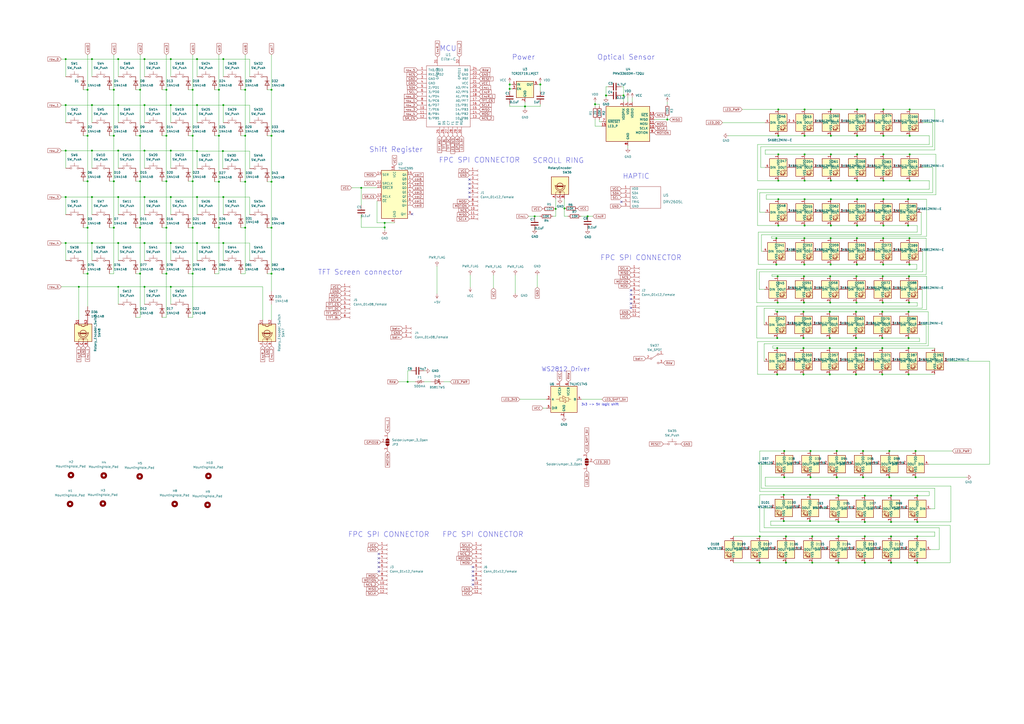
<source format=kicad_sch>
(kicad_sch (version 20230121) (generator eeschema)
  (paper "A2")
  (junction (at 114.3 87.63))
  (junction (at 450.342 153.416))
  (junction (at 322.326 121.158))
  (junction (at 500.634 276.86))
  (junction (at 511.81 196.088))
  (junction (at 111.76 158.75))
  (junction (at 157.48 105.41))
  (junction (at 440.69 326.39))
  (junction (at 497.205 130.81))
  (junction (at 496.824 175.514))
  (junction (at 466.09 196.088))
  (junction (at 512.445 104.775))
  (junction (at 516.89 311.15))
  (junction (at 451.485 130.81))
  (junction (at 129.54 34.29))
  (junction (at 454.66 302.26))
  (junction (at 516.89 326.39))
  (junction (at 454.914 276.86))
  (junction (at 451.104 160.274))
  (junction (at 497.078 138.176))
  (junction (at 527.05 180.848))
  (junction (at 53.34 34.29))
  (junction (at 527.685 63.5))
  (junction (at 111.76 105.156))
  (junction (at 129.54 60.96))
  (junction (at 496.57 196.088))
  (junction (at 53.34 87.376))
  (junction (at 50.8 78.74))
  (junction (at 501.65 326.39))
  (junction (at 450.85 217.17))
  (junction (at 512.445 78.74))
  (junction (at 512.445 89.535))
  (junction (at 512.445 63.5))
  (junction (at 501.65 302.768))
  (junction (at 142.24 52.07))
  (junction (at 96.52 158.75))
  (junction (at 481.584 160.274))
  (junction (at 68.58 34.29))
  (junction (at 485.394 276.86))
  (junction (at 531.114 261.62))
  (junction (at 50.8 132.08))
  (junction (at 157.48 158.75))
  (junction (at 470.154 276.86))
  (junction (at 83.82 140.97))
  (junction (at 466.598 153.416))
  (junction (at 512.318 138.176))
  (junction (at 340.868 125.476))
  (junction (at 527.05 201.93))
  (junction (at 83.82 166.37))
  (junction (at 114.3 114.3))
  (junction (at 481.965 104.775))
  (junction (at 114.3 140.97))
  (junction (at 486.41 326.39))
  (junction (at 295.656 51.562))
  (junction (at 497.078 153.416))
  (junction (at 114.3 60.96))
  (junction (at 496.824 160.274))
  (junction (at 99.06 166.37))
  (junction (at 450.85 196.088))
  (junction (at 455.93 326.39))
  (junction (at 53.34 60.96))
  (junction (at 127 52.07))
  (junction (at 516.89 302.768))
  (junction (at 532.13 302.768))
  (junction (at 157.48 52.07))
  (junction (at 527.685 104.775))
  (junction (at 466.725 63.5))
  (junction (at 486.41 287.528))
  (junction (at 512.318 153.416))
  (junction (at 455.93 311.15))
  (junction (at 485.394 261.62))
  (junction (at 66.04 78.74))
  (junction (at 223.139 129.286))
  (junction (at 527.05 196.088))
  (junction (at 83.82 87.376))
  (junction (at 515.874 276.86))
  (junction (at 38.1 34.29))
  (junction (at 527.558 153.416))
  (junction (at 471.17 326.39))
  (junction (at 454.66 287.02))
  (junction (at 142.24 105.41))
  (junction (at 209.55 108.966))
  (junction (at 450.85 180.848))
  (junction (at 38.1 60.96))
  (junction (at 66.04 105.156))
  (junction (at 81.28 52.07))
  (junction (at 469.9 287.02))
  (junction (at 496.57 180.848))
  (junction (at 512.064 160.274))
  (junction (at 512.064 175.514))
  (junction (at 527.558 138.176))
  (junction (at 501.65 287.528))
  (junction (at 96.52 52.07))
  (junction (at 481.965 63.5))
  (junction (at 127 78.74))
  (junction (at 466.598 138.176))
  (junction (at 111.76 78.74))
  (junction (at 81.28 105.156))
  (junction (at 99.06 60.96))
  (junction (at 497.205 115.57))
  (junction (at 532.13 311.15))
  (junction (at 50.8 52.07))
  (junction (at 481.965 115.57))
  (junction (at 451.485 115.57))
  (junction (at 68.58 140.97))
  (junction (at 466.725 130.81))
  (junction (at 481.33 196.088))
  (junction (at 511.81 201.93))
  (junction (at 99.06 114.3))
  (junction (at 38.1 114.3))
  (junction (at 127 132.08))
  (junction (at 512.445 130.81))
  (junction (at 481.33 217.17))
  (junction (at 96.52 78.74))
  (junction (at 142.24 78.74))
  (junction (at 466.725 104.775))
  (junction (at 481.838 153.416))
  (junction (at 68.58 87.376))
  (junction (at 481.584 175.514))
  (junction (at 83.82 34.29))
  (junction (at 501.65 311.15))
  (junction (at 387.096 69.342))
  (junction (at 496.57 201.93))
  (junction (at 527.685 78.74))
  (junction (at 512.445 115.57))
  (junction (at 466.725 115.57))
  (junction (at 516.89 287.528))
  (junction (at 345.186 60.452))
  (junction (at 157.48 132.08))
  (junction (at 532.13 326.39))
  (junction (at 327.406 120.904))
  (junction (at 450.85 201.93))
  (junction (at 81.28 158.75))
  (junction (at 157.48 78.74))
  (junction (at 96.52 132.08))
  (junction (at 50.8 105.156))
  (junction (at 486.41 302.768))
  (junction (at 45.72 166.37))
  (junction (at 466.725 89.535))
  (junction (at 50.8 158.75))
  (junction (at 481.33 180.848))
  (junction (at 497.205 78.74))
  (junction (at 236.474 221.488))
  (junction (at 481.965 78.74))
  (junction (at 129.54 114.3))
  (junction (at 114.3 34.29))
  (junction (at 66.04 52.07))
  (junction (at 99.06 34.29))
  (junction (at 470.154 261.62))
  (junction (at 38.1 87.376))
  (junction (at 68.58 60.96))
  (junction (at 129.54 140.97))
  (junction (at 527.304 175.514))
  (junction (at 304.546 61.722))
  (junction (at 96.52 105.156))
  (junction (at 511.81 217.17))
  (junction (at 38.1 140.97))
  (junction (at 527.685 89.535))
  (junction (at 81.28 78.74))
  (junction (at 440.69 311.15))
  (junction (at 466.09 201.93))
  (junction (at 66.04 132.08))
  (junction (at 53.34 140.97))
  (junction (at 469.9 302.26))
  (junction (at 68.58 166.37))
  (junction (at 471.17 311.15))
  (junction (at 500.634 261.62))
  (junction (at 99.06 140.97))
  (junction (at 313.436 49.022))
  (junction (at 466.09 217.17))
  (junction (at 451.104 175.514))
  (junction (at 466.09 180.848))
  (junction (at 526.796 115.57))
  (junction (at 451.485 63.5))
  (junction (at 223.139 131.9259))
  (junction (at 526.796 130.81))
  (junction (at 466.725 78.74))
  (junction (at 450.342 138.176))
  (junction (at 481.838 138.176))
  (junction (at 111.76 52.07))
  (junction (at 531.114 276.86))
  (junction (at 532.13 287.528))
  (junction (at 83.82 60.96))
  (junction (at 81.28 132.08))
  (junction (at 351.536 55.372))
  (junction (at 142.24 132.08))
  (junction (at 486.41 311.15))
  (junction (at 83.82 114.3))
  (junction (at 451.485 104.775))
  (junction (at 310.134 125.476))
  (junction (at 497.205 63.5))
  (junction (at 466.344 160.274))
  (junction (at 511.81 180.848))
  (junction (at 527.05 217.17))
  (junction (at 127 105.41))
  (junction (at 111.76 132.08))
  (junction (at 466.344 175.514))
  (junction (at 481.965 89.535))
  (junction (at 515.874 261.62))
  (junction (at 451.485 78.74))
  (junction (at 68.58 114.3))
  (junction (at 454.914 261.62))
  (junction (at 99.06 87.376))
  (junction (at 481.33 201.93))
  (junction (at 497.205 89.535))
  (junction (at 295.656 49.022))
  (junction (at 527.304 160.274))
  (junction (at 53.34 114.3))
  (junction (at 361.696 55.372))
  (junction (at 481.965 130.81))
  (junction (at 129.286 87.63))
  (junction (at 496.57 217.17))
  (junction (at 497.205 104.775))
  (junction (at 451.485 89.535))
  (no_connect (at 366.014 178.562))
  (no_connect (at 272.288 111.76))
  (no_connect (at 366.014 170.942))
  (no_connect (at 272.288 114.3))
  (no_connect (at 219.71 331.47))
  (no_connect (at 274.32 336.55))
  (no_connect (at 219.71 328.93))
  (no_connect (at 272.288 104.14))
  (no_connect (at 366.014 173.482))
  (no_connect (at 274.32 328.93))
  (no_connect (at 239.014 124.206))
  (no_connect (at 360.426 117.094))
  (no_connect (at 274.32 339.09))
  (no_connect (at 219.71 326.39))
  (no_connect (at 366.014 168.402))
  (no_connect (at 272.288 109.22))
  (no_connect (at 272.288 106.68))
  (no_connect (at 219.71 321.31))
  (no_connect (at 274.32 334.01))
  (no_connect (at 366.014 176.022))
  (no_connect (at 274.32 331.47))
  (no_connect (at 219.71 323.85))
  (wire (pts (xy 574.04 209.55) (xy 574.04 269.24)))
  (wire (pts (xy 527.685 104.775) (xy 539.115 104.775)))
  (wire (pts (xy 440.436 157.734) (xy 440.436 167.894)))
  (wire (pts (xy 526.796 115.57) (xy 537.464 115.57)))
  (wire (pts (xy 512.445 63.5) (xy 527.685 63.5)))
  (wire (pts (xy 466.598 138.176) (xy 481.838 138.176)))
  (wire (pts (xy 387.096 69.342) (xy 388.366 69.342)))
  (wire (pts (xy 454.914 261.62) (xy 440.69 261.62)))
  (wire (pts (xy 440.69 287.02) (xy 454.66 287.02)))
  (wire (pts (xy 440.69 285.115) (xy 538.988 285.115)))
  (wire (pts (xy 203.962 108.966) (xy 209.55 108.966)))
  (wire (pts (xy 538.988 287.528) (xy 532.13 287.528)))
  (wire (pts (xy 81.28 158.75) (xy 78.74 158.75)))
  (wire (pts (xy 111.76 52.07) (xy 111.76 78.74)))
  (wire (pts (xy 50.8 78.74) (xy 48.26 78.74)))
  (wire (pts (xy 144.78 140.97) (xy 144.78 151.13)))
  (wire (pts (xy 351.536 55.372) (xy 351.536 50.292)))
  (wire (pts (xy 53.34 114.3) (xy 68.58 114.3)))
  (wire (pts (xy 466.725 78.74) (xy 481.965 78.74)))
  (wire (pts (xy 387.096 69.342) (xy 387.096 68.072)))
  (wire (pts (xy 209.5764 124.5613) (xy 209.55 126.492)))
  (wire (pts (xy 531.876 156.21) (xy 438.912 156.21)))
  (wire (pts (xy 537.464 179.578) (xy 449.834 179.578)))
  (wire (pts (xy 366.776 56.642) (xy 366.776 59.182)))
  (wire (pts (xy 78.74 184.15) (xy 81.28 184.15)))
  (wire (pts (xy 81.28 78.74) (xy 81.28 105.156)))
  (wire (pts (xy 451.104 160.274) (xy 466.344 160.274)))
  (wire (pts (xy 481.838 153.416) (xy 497.078 153.416)))
  (wire (pts (xy 535.305 97.155) (xy 541.02 97.155)))
  (wire (pts (xy 38.1 60.96) (xy 53.34 60.96)))
  (wire (pts (xy 537.464 115.57) (xy 537.464 137.16)))
  (wire (pts (xy 527.304 175.514) (xy 532.13 175.514)))
  (wire (pts (xy 478.79 294.64) (xy 478.79 295.148)))
  (wire (pts (xy 83.82 114.3) (xy 99.06 114.3)))
  (wire (pts (xy 541.02 71.12) (xy 541.02 85.09)))
  (wire (pts (xy 481.965 63.5) (xy 497.205 63.5)))
  (wire (pts (xy 551.18 304.8) (xy 447.04 304.8)))
  (wire (pts (xy 111.76 78.74) (xy 111.76 105.156)))
  (wire (pts (xy 53.34 140.97) (xy 68.58 140.97)))
  (wire (pts (xy 114.3 114.3) (xy 114.3 124.46)))
  (wire (pts (xy 443.23 199.39) (xy 537.21 199.39)))
  (wire (pts (xy 440.69 111.76) (xy 440.69 123.19)))
  (wire (pts (xy 534.924 178.816) (xy 443.23 178.816)))
  (wire (pts (xy 99.06 114.3) (xy 114.3 114.3)))
  (wire (pts (xy 542.29 86.995) (xy 443.865 86.995)))
  (wire (pts (xy 450.85 201.93) (xy 466.09 201.93)))
  (wire (pts (xy 443.865 276.86) (xy 443.865 281.94)))
  (wire (pts (xy 322.326 115.316) (xy 322.326 121.158)))
  (wire (pts (xy 451.485 130.81) (xy 466.725 130.81)))
  (wire (pts (xy 223.139 131.9259) (xy 223.139 133.731)))
  (wire (pts (xy 447.04 304.8) (xy 447.04 302.26)))
  (wire (pts (xy 83.82 60.96) (xy 83.82 71.12)))
  (wire (pts (xy 466.725 115.57) (xy 481.965 115.57)))
  (wire (pts (xy 549.91 209.55) (xy 574.04 209.55)))
  (wire (pts (xy 53.34 124.46) (xy 53.34 114.3)))
  (wire (pts (xy 481.965 130.81) (xy 497.205 130.81)))
  (wire (pts (xy 99.06 87.376) (xy 114.3 87.376)))
  (wire (pts (xy 35.56 34.29) (xy 38.1 34.29)))
  (wire (pts (xy 466.09 196.088) (xy 481.33 196.088)))
  (wire (pts (xy 114.3 87.63) (xy 114.3 97.79)))
  (wire (pts (xy 142.24 78.74) (xy 142.24 105.41)))
  (wire (pts (xy 497.205 63.5) (xy 512.445 63.5)))
  (wire (pts (xy 114.3 34.29) (xy 129.54 34.29)))
  (wire (pts (xy 68.58 34.29) (xy 83.82 34.29)))
  (wire (pts (xy 129.54 60.96) (xy 144.78 60.96)))
  (wire (pts (xy 481.33 196.088) (xy 496.57 196.088)))
  (wire (pts (xy 83.82 87.376) (xy 83.82 97.536)))
  (wire (pts (xy 533.4 198.12) (xy 533.4 196.088)))
  (wire (pts (xy 157.48 78.74) (xy 157.48 105.41)))
  (wire (pts (xy 361.696 50.292) (xy 360.426 50.292)))
  (wire (pts (xy 114.3 87.376) (xy 114.3 87.63)))
  (wire (pts (xy 129.54 140.97) (xy 144.78 140.97)))
  (wire (pts (xy 253.492 154.432) (xy 253.492 170.434)))
  (wire (pts (xy 438.912 196.088) (xy 450.85 196.088)))
  (wire (pts (xy 512.445 104.775) (xy 527.685 104.775)))
  (wire (pts (xy 538.48 200.66) (xy 538.48 180.848)))
  (wire (pts (xy 53.34 87.376) (xy 53.34 97.536)))
  (wire (pts (xy 127 78.74) (xy 124.46 78.74)))
  (wire (pts (xy 527.304 160.274) (xy 537.464 160.274)))
  (wire (pts (xy 516.89 302.768) (xy 501.65 302.768)))
  (wire (pts (xy 272.796 166.624) (xy 272.796 159.512)))
  (wire (pts (xy 337.312 231.648) (xy 349.25 231.648)))
  (wire (pts (xy 439.42 104.775) (xy 451.485 104.775)))
  (wire (pts (xy 38.1 34.29) (xy 53.34 34.29)))
  (wire (pts (xy 447.548 137.16) (xy 447.548 138.176)))
  (wire (pts (xy 209.5764 124.5613) (xy 209.5764 131.9273)))
  (wire (pts (xy 99.06 60.96) (xy 99.06 71.12)))
  (wire (pts (xy 485.394 276.86) (xy 470.154 276.86)))
  (wire (pts (xy 310.134 125.984) (xy 310.134 125.476)))
  (wire (pts (xy 81.28 132.08) (xy 81.28 158.75)))
  (wire (pts (xy 541.02 111.76) (xy 440.69 111.76)))
  (wire (pts (xy 361.696 55.372) (xy 360.426 55.372)))
  (wire (pts (xy 449.834 180.848) (xy 450.85 180.848)))
  (wire (pts (xy 511.81 201.93) (xy 527.05 201.93)))
  (wire (pts (xy 127 78.74) (xy 127 105.41)))
  (wire (pts (xy 364.236 56.642) (xy 364.236 59.182)))
  (wire (pts (xy 301.498 231.648) (xy 316.992 231.648)))
  (wire (pts (xy 298.958 159.512) (xy 298.958 170.18)))
  (wire (pts (xy 114.3 140.97) (xy 129.54 140.97)))
  (wire (pts (xy 83.82 60.96) (xy 99.06 60.96)))
  (wire (pts (xy 471.17 311.15) (xy 486.41 311.15)))
  (wire (pts (xy 50.8 158.75) (xy 50.8 177.8)))
  (wire (pts (xy 142.24 132.08) (xy 139.7 132.08)))
  (wire (pts (xy 223.139 129.286) (xy 223.139 131.9259)))
  (wire (pts (xy 142.24 105.41) (xy 142.24 132.08)))
  (wire (pts (xy 497.205 115.57) (xy 512.445 115.57)))
  (wire (pts (xy 83.82 114.3) (xy 83.82 124.46)))
  (wire (pts (xy 496.57 201.93) (xy 511.81 201.93)))
  (wire (pts (xy 447.04 302.26) (xy 454.66 302.26)))
  (wire (pts (xy 422.402 78.74) (xy 451.485 78.74)))
  (wire (pts (xy 500.634 276.86) (xy 485.394 276.86)))
  (wire (pts (xy 454.66 287.02) (xy 469.9 287.02)))
  (wire (pts (xy 481.584 175.514) (xy 496.824 175.514)))
  (wire (pts (xy 257.429 221.488) (xy 261.239 221.488)))
  (wire (pts (xy 481.838 138.176) (xy 497.078 138.176)))
  (wire (pts (xy 78.74 132.08) (xy 81.28 132.08)))
  (wire (pts (xy 245.999 215.138) (xy 246.634 215.138)))
  (wire (pts (xy 532.13 177.546) (xy 438.912 177.546)))
  (wire (pts (xy 443.23 178.816) (xy 443.23 188.468)))
  (wire (pts (xy 470.154 261.62) (xy 454.914 261.62)))
  (wire (pts (xy 379.476 69.342) (xy 387.096 69.342)))
  (wire (pts (xy 157.48 78.74) (xy 154.94 78.74)))
  (wire (pts (xy 466.344 175.514) (xy 481.584 175.514)))
  (wire (pts (xy 286.258 159.512) (xy 286.258 167.132)))
  (wire (pts (xy 157.48 158.75) (xy 154.94 158.75)))
  (wire (pts (xy 466.09 217.17) (xy 481.33 217.17)))
  (wire (pts (xy 111.76 184.15) (xy 111.76 158.75)))
  (wire (pts (xy 38.1 34.29) (xy 38.1 44.45)))
  (wire (pts (xy 35.56 140.97) (xy 38.1 140.97)))
  (wire (pts (xy 68.58 114.3) (xy 83.82 114.3)))
  (wire (pts (xy 127 78.74) (xy 127 52.07)))
  (wire (pts (xy 454.914 276.86) (xy 443.865 276.86)))
  (wire (pts (xy 443.865 86.995) (xy 443.865 89.535)))
  (wire (pts (xy 511.81 217.17) (xy 527.05 217.17)))
  (wire (pts (xy 96.52 78.74) (xy 93.98 78.74)))
  (wire (pts (xy 311.658 166.624) (xy 311.658 159.512)))
  (wire (pts (xy 541.02 97.155) (xy 541.02 111.76)))
  (wire (pts (xy 419.1 71.12) (xy 443.865 71.12)))
  (wire (pts (xy 485.394 261.62) (xy 470.154 261.62)))
  (wire (pts (xy 144.78 87.63) (xy 144.78 97.79)))
  (wire (pts (xy 451.104 175.514) (xy 466.344 175.514)))
  (wire (pts (xy 532.13 302.768) (xy 516.89 302.768)))
  (wire (pts (xy 501.65 287.528) (xy 486.41 287.528)))
  (wire (pts (xy 236.474 215.138) (xy 238.379 215.138)))
  (wire (pts (xy 66.04 52.07) (xy 66.04 78.74)))
  (wire (pts (xy 450.85 217.17) (xy 466.09 217.17)))
  (wire (pts (xy 512.064 160.274) (xy 527.304 160.274)))
  (wire (pts (xy 497.205 104.775) (xy 512.445 104.775)))
  (wire (pts (xy 531.114 261.62) (xy 515.874 261.62)))
  (wire (pts (xy 531.114 276.86) (xy 515.874 276.86)))
  (wire (pts (xy 53.34 140.97) (xy 53.34 151.13)))
  (wire (pts (xy 512.445 78.74) (xy 527.685 78.74)))
  (wire (pts (xy 347.726 60.452) (xy 345.186 60.452)))
  (wire (pts (xy 481.965 115.57) (xy 497.205 115.57)))
  (wire (pts (xy 534.416 123.19) (xy 534.416 136.144)))
  (wire (pts (xy 361.696 55.372) (xy 361.696 50.292)))
  (wire (pts (xy 534.924 167.894) (xy 534.924 178.816)))
  (wire (pts (xy 496.824 160.274) (xy 512.064 160.274)))
  (wire (pts (xy 481.584 160.274) (xy 496.824 160.274)))
  (wire (pts (xy 218.694 116.586) (xy 218.694 129.286)))
  (wire (pts (xy 236.474 215.138) (xy 236.474 221.488)))
  (wire (pts (xy 441.7188 136.1459) (xy 534.416 136.144)))
  (wire (pts (xy 111.76 158.75) (xy 109.22 158.75)))
  (wire (pts (xy 277.876 40.64) (xy 278.13 40.64)))
  (wire (pts (xy 81.28 31.75) (xy 81.28 52.07)))
  (wire (pts (xy 78.74 105.156) (xy 81.28 105.156)))
  (wire (pts (xy 340.868 125.476) (xy 343.916 125.476)))
  (wire (pts (xy 447.04 294.64) (xy 443.23 294.64)))
  (wire (pts (xy 531.876 153.416) (xy 531.876 156.21)))
  (wire (pts (xy 539.115 104.775) (xy 539.115 109.855)))
  (wire (pts (xy 486.41 287.02) (xy 486.41 287.528)))
  (wire (pts (xy 497.205 89.535) (xy 512.445 89.535)))
  (wire (pts (xy 38.1 114.3) (xy 53.34 114.3)))
  (wire (pts (xy 127 52.07) (xy 124.46 52.07)))
  (wire (pts (xy 542.29 308.61) (xy 440.69 308.61)))
  (wire (pts (xy 516.89 326.39) (xy 532.13 326.39)))
  (wire (pts (xy 526.796 130.81) (xy 532.13 130.81)))
  (wire (pts (xy 129.54 114.3) (xy 144.78 114.3)))
  (wire (pts (xy 447.548 138.176) (xy 450.342 138.176)))
  (wire (pts (xy 114.3 34.29) (xy 114.3 44.45)))
  (wire (pts (xy 66.04 31.75) (xy 66.04 52.07)))
  (wire (pts (xy 527.05 217.17) (xy 542.29 217.17)))
  (wire (pts (xy 535.305 71.12) (xy 541.02 71.12)))
  (wire (pts (xy 50.8 132.08) (xy 50.8 158.75)))
  (wire (pts (xy 449.834 179.578) (xy 449.834 180.848)))
  (wire (pts (xy 144.78 60.96) (xy 144.78 71.12)))
  (wire (pts (xy 527.558 138.176) (xy 537.21 138.176)))
  (wire (pts (xy 511.81 196.088) (xy 527.05 196.088)))
  (wire (pts (xy 481.33 180.848) (xy 496.57 180.848)))
  (wire (pts (xy 439.42 198.12) (xy 533.4 198.12)))
  (wire (pts (xy 228.854 129.286) (xy 223.139 129.286)))
  (wire (pts (xy 129.54 34.29) (xy 144.78 34.29)))
  (wire (pts (xy 295.656 61.722) (xy 304.546 61.722)))
  (wire (pts (xy 440.69 326.39) (xy 455.93 326.39)))
  (wire (pts (xy 527.05 201.93) (xy 542.29 201.93)))
  (wire (pts (xy 497.205 78.74) (xy 512.445 78.74)))
  (wire (pts (xy 451.485 63.5) (xy 466.725 63.5)))
  (wire (pts (xy 109.22 132.08) (xy 111.76 132.08)))
  (wire (pts (xy 430.53 63.5) (xy 451.485 63.5)))
  (wire (pts (xy 68.58 166.37) (xy 83.82 166.37)))
  (wire (pts (xy 441.325 85.09) (xy 441.325 97.155)))
  (wire (pts (xy 512.445 115.57) (xy 526.796 115.57)))
  (wire (pts (xy 129.54 60.96) (xy 129.54 71.12)))
  (wire (pts (xy 500.634 261.62) (xy 485.394 261.62)))
  (wire (pts (xy 439.42 217.17) (xy 439.42 198.12)))
  (wire (pts (xy 512.318 153.416) (xy 527.558 153.416)))
  (wire (pts (xy 83.82 176.53) (xy 83.82 166.37)))
  (wire (pts (xy 157.48 31.75) (xy 157.48 52.07)))
  (wire (pts (xy 66.04 132.08) (xy 66.04 158.75)))
  (wire (pts (xy 99.06 114.3) (xy 99.06 124.46)))
  (wire (pts (xy 313.436 61.722) (xy 304.546 61.722)))
  (wire (pts (xy 142.24 158.75) (xy 139.7 158.75)))
  (wire (pts (xy 53.34 87.376) (xy 68.58 87.376)))
  (wire (pts (xy 361.696 55.372) (xy 361.696 59.182)))
  (wire (pts (xy 450.85 180.848) (xy 466.09 180.848)))
  (wire (pts (xy 469.9 302.26) (xy 486.41 302.26)))
  (wire (pts (xy 438.912 156.21) (xy 438.912 175.514)))
  (wire (pts (xy 477.52 294.64) (xy 478.79 294.64)))
  (wire (pts (xy 48.26 105.156) (xy 50.8 105.156)))
  (wire (pts (xy 444.5 113.03) (xy 444.5 115.57)))
  (wire (pts (xy 441.325 97.155) (xy 443.865 97.155)))
  (wire (pts (xy 439.42 217.17) (xy 450.85 217.17)))
  (wire (pts (xy 124.46 132.08) (xy 127 132.08)))
  (wire (pts (xy 129.286 87.63) (xy 144.78 87.63)))
  (wire (pts (xy 454.66 302.26) (xy 469.9 302.26)))
  (wire (pts (xy 327.406 125.476) (xy 329.438 125.476)))
  (wire (pts (xy 322.326 121.158) (xy 322.326 125.476)))
  (wire (pts (xy 66.04 158.75) (xy 63.5 158.75)))
  (wire (pts (xy 142.24 78.74) (xy 139.7 78.74)))
  (wire (pts (xy 537.21 188.468) (xy 534.67 188.468)))
  (wire (pts (xy 313.436 47.752) (xy 313.436 49.022)))
  (wire (pts (xy 142.24 132.08) (xy 142.24 158.75)))
  (wire (pts (xy 537.21 138.176) (xy 537.21 159.258)))
  (wire (pts (xy 466.725 104.775) (xy 481.965 104.775)))
  (wire (pts (xy 441.7188 136.1459) (xy 441.706 145.796)))
  (wire (pts (xy 38.1 140.97) (xy 53.34 140.97)))
  (wire (pts (xy 351.536 56.642) (xy 351.536 55.372)))
  (wire (pts (xy 544.83 306.07) (xy 544.83 318.77)))
  (wire (pts (xy 99.06 166.37) (xy 99.06 176.53)))
  (wire (pts (xy 527.685 78.74) (xy 539.115 78.74)))
  (wire (pts (xy 439.928 153.416) (xy 450.342 153.416)))
  (wire (pts (xy 501.65 311.15) (xy 516.89 311.15)))
  (wire (pts (xy 345.186 59.182) (xy 345.186 60.452)))
  (wire (pts (xy 501.65 326.39) (xy 516.89 326.39)))
  (wire (pts (xy 38.1 151.13) (xy 38.1 140.97)))
  (wire (pts (xy 96.52 105.156) (xy 93.98 105.156)))
  (wire (pts (xy 466.725 63.5) (xy 481.965 63.5)))
  (wire (pts (xy 466.598 153.416) (xy 481.838 153.416)))
  (wire (pts (xy 512.445 89.535) (xy 527.685 89.535)))
  (wire (pts (xy 68.58 87.376) (xy 68.58 97.536)))
  (wire (pts (xy 83.82 34.29) (xy 99.06 34.29)))
  (wire (pts (xy 129.286 87.63) (xy 129.286 97.79)))
  (wire (pts (xy 466.725 130.81) (xy 481.965 130.81)))
  (wire (pts (xy 295.656 51.562) (xy 295.656 49.022)))
  (wire (pts (xy 304.546 61.722) (xy 304.546 62.992)))
  (wire (pts (xy 114.3 60.96) (xy 114.3 71.12)))
  (wire (pts (xy 81.28 105.156) (xy 81.28 132.08)))
  (wire (pts (xy 542.29 283.21) (xy 542.29 295.148)))
  (wire (pts (xy 532.13 287.528) (xy 516.89 287.528)))
  (wire (pts (xy 439.928 134.62) (xy 439.928 153.416)))
  (wire (pts (xy 109.22 52.07) (xy 111.76 52.07)))
  (wire (pts (xy 66.04 78.74) (xy 63.5 78.74)))
  (wire (pts (xy 81.28 184.15) (xy 81.28 158.75)))
  (wire (pts (xy 551.6181 302.768) (xy 551.6181 281.94)))
  (wire (pts (xy 539.115 78.74) (xy 539.115 83.82)))
  (wire (pts (xy 466.09 201.93) (xy 481.33 201.93)))
  (wire (pts (xy 486.41 326.39) (xy 501.65 326.39)))
  (wire (pts (xy 470.154 276.86) (xy 454.914 276.86)))
  (wire (pts (xy 114.3 87.63) (xy 129.286 87.63)))
  (wire (pts (xy 157.48 132.08) (xy 154.94 132.08)))
  (wire (pts (xy 469.9 287.02) (xy 486.41 287.02)))
  (wire (pts (xy 541.02 85.09) (xy 441.325 85.09)))
  (wire (pts (xy 519.176 123.19) (xy 520.065 123.19)))
  (wire (pts (xy 425.45 311.15) (xy 440.69 311.15)))
  (wire (pts (xy 387.096 59.182) (xy 387.096 60.452)))
  (wire (pts (xy 544.83 318.77) (xy 539.75 318.77)))
  (wire (pts (xy 83.82 87.376) (xy 99.06 87.376)))
  (wire (pts (xy 66.04 78.74) (xy 66.04 105.156)))
  (wire (pts (xy 447.802 160.274) (xy 451.104 160.274)))
  (wire (pts (xy 114.3 114.3) (xy 129.54 114.3)))
  (wire (pts (xy 127 105.41) (xy 124.46 105.41)))
  (wire (pts (xy 142.24 52.07) (xy 142.24 78.74)))
  (wire (pts (xy 537.21 199.39) (xy 537.21 188.468)))
  (wire (pts (xy 50.8 78.74) (xy 50.8 52.07)))
  (wire (pts (xy 157.48 105.41) (xy 154.94 105.41)))
  (wire (pts (xy 99.06 34.29) (xy 99.06 44.45)))
  (wire (pts (xy 114.3 60.96) (xy 129.54 60.96)))
  (wire (pts (xy 448.31 201.93) (xy 448.31 200.66)))
  (wire (pts (xy 127 132.08) (xy 127 158.75)))
  (wire (pts (xy 96.52 52.07) (xy 93.98 52.07)))
  (wire (pts (xy 542.925 113.03) (xy 444.5 113.03)))
  (wire (pts (xy 481.33 201.93) (xy 496.57 201.93)))
  (wire (pts (xy 538.48 180.848) (xy 527.05 180.848)))
  (wire (pts (xy 96.52 78.74) (xy 96.52 105.156)))
  (wire (pts (xy 542.29 311.15) (xy 542.29 308.61)))
  (wire (pts (xy 347.726 61.722) (xy 347.726 60.452)))
  (wire (pts (xy 448.31 201.93) (xy 450.85 201.93)))
  (wire (pts (xy 466.09 180.848) (xy 481.33 180.848)))
  (wire (pts (xy 497.205 130.81) (xy 512.445 130.81)))
  (wire (pts (xy 538.988 285.115) (xy 538.988 287.528)))
  (wire (pts (xy 535.178 157.734) (xy 440.436 157.734)))
  (wire (pts (xy 66.04 105.156) (xy 66.04 132.08)))
  (wire (pts (xy 486.41 311.15) (xy 501.65 311.15)))
  (wire (pts (xy 99.06 60.96) (xy 114.3 60.96)))
  (wire (pts (xy 81.28 52.07) (xy 78.74 52.07)))
  (wire (pts (xy 38.1 114.3) (xy 38.1 124.46)))
  (wire (pts (xy 542.29 295.148) (xy 539.75 295.148)))
  (wire (pts (xy 532.13 130.81) (xy 532.13 134.62)))
  (wire (pts (xy 511.81 180.848) (xy 527.05 180.848)))
  (wire (pts (xy 515.874 261.62) (xy 500.634 261.62)))
  (wire (pts (xy 45.72 166.37) (xy 45.72 185.42)))
  (wire (pts (xy 38.1 71.12) (xy 38.1 60.96)))
  (wire (pts (xy 348.996 70.612) (xy 347.726 70.612)))
  (wire (pts (xy 481.965 78.74) (xy 497.205 78.74)))
  (wire (pts (xy 48.26 132.08) (xy 50.8 132.08)))
  (wire (pts (xy 68.58 140.97) (xy 68.58 151.13)))
  (wire (pts (xy 481.965 104.775) (xy 497.205 104.775)))
  (wire (pts (xy 93.98 132.08) (xy 96.52 132.08)))
  (wire (pts (xy 295.656 49.022) (xy 296.926 49.022)))
  (wire (pts (xy 127 31.75) (xy 127 52.07)))
  (wire (pts (xy 352.806 50.292) (xy 351.536 50.292)))
  (wire (pts (xy 451.485 115.57) (xy 466.725 115.57)))
  (wire (pts (xy 532.13 326.39) (xy 551.18 326.39)))
  (wire (pts (xy 527.685 89.535) (xy 542.925 89.535)))
  (wire (pts (xy 152.4 166.37) (xy 152.4 185.42)))
  (wire (pts (xy 144.78 114.3) (xy 144.78 124.46)))
  (wire (pts (xy 66.04 105.156) (xy 63.5 105.156)))
  (wire (pts (xy 157.48 52.07) (xy 157.48 78.74)))
  (wire (pts (xy 129.54 34.29) (xy 129.54 44.45)))
  (wire (pts (xy 537.21 159.258) (xy 447.802 159.258)))
  (wire (pts (xy 440.69 308.61) (xy 440.69 287.02)))
  (wire (pts (xy 552.45 261.62) (xy 531.114 261.62)))
  (wire (pts (xy 496.57 180.848) (xy 511.81 180.848)))
  (wire (pts (xy 532.13 302.768) (xy 551.6181 302.768)))
  (wire (pts (xy 83.82 166.37) (xy 99.06 166.37)))
  (wire (pts (xy 111.76 132.08) (xy 111.76 158.75)))
  (wire (pts (xy 327.406 115.316) (xy 327.406 120.904)))
  (wire (pts (xy 111.76 31.75) (xy 111.76 52.07)))
  (wire (pts (xy 96.52 105.156) (xy 96.52 132.08)))
  (wire (pts (xy 438.912 175.514) (xy 451.104 175.514)))
  (wire (pts (xy 231.14 221.488) (xy 236.474 221.488)))
  (wire (pts (xy 154.94 52.07) (xy 157.48 52.07)))
  (wire (pts (xy 68.58 114.3) (xy 68.58 124.46)))
  (wire (pts (xy 327.406 120.904) (xy 327.406 125.476)))
  (wire (pts (xy 542.925 89.535) (xy 542.925 113.03)))
  (wire (pts (xy 218.694 129.286) (xy 223.139 129.286)))
  (wire (pts (xy 209.55 118.872) (xy 209.55 108.966)))
  (wire (pts (xy 68.58 60.96) (xy 83.82 60.96)))
  (wire (pts (xy 99.06 87.376) (xy 99.06 97.536)))
  (wire (pts (xy 68.58 60.96) (xy 68.58 71.12)))
  (wire (pts (xy 466.725 89.535) (xy 481.965 89.535)))
  (wire (pts (xy 516.89 311.15) (xy 532.13 311.15)))
  (wire (pts (xy 443.865 89.535) (xy 451.485 89.535)))
  (wire (pts (xy 481.33 217.17) (xy 496.57 217.17)))
  (wire (pts (xy 441.579 283.21) (xy 542.29 283.21)))
  (wire (pts (xy 50.8 158.75) (xy 48.26 158.75)))
  (wire (pts (xy 127 158.75) (xy 124.46 158.75)))
  (wire (pts (xy 314.96 236.728) (xy 316.992 236.728)))
  (wire (pts (xy 99.06 34.29) (xy 114.3 34.29)))
  (wire (pts (xy 439.42 83.82) (xy 439.42 104.775)))
  (wire (pts (xy 139.7 52.07) (xy 142.24 52.07)))
  (wire (pts (xy 50.8 31.75) (xy 50.8 52.07)))
  (wire (pts (xy 532.13 134.62) (xy 439.928 134.62)))
  (wire (pts (xy 96.52 31.75) (xy 96.52 52.07)))
  (wire (pts (xy 96.52 158.75) (xy 93.98 158.75)))
  (wire (pts (xy 99.06 140.97) (xy 99.06 151.13)))
  (wire (pts (xy 320.802 125.476) (xy 322.326 125.476)))
  (wire (pts (xy 313.436 49.022) (xy 313.436 52.832)))
  (wire (pts (xy 440.69 123.19) (xy 443.865 123.19)))
  (wire (pts (xy 481.965 89.535) (xy 497.205 89.535)))
  (wire (pts (xy 450.85 196.088) (xy 466.09 196.088)))
  (wire (pts (xy 337.058 125.476) (xy 340.868 125.476)))
  (wire (pts (xy 466.344 160.274) (xy 481.584 160.274)))
  (wire (pts (xy 35.56 60.96) (xy 38.1 60.96)))
  (wire (pts (xy 542.29 63.5) (xy 542.29 86.995)))
  (wire (pts (xy 537.464 137.16) (xy 447.548 137.16)))
  (wire (pts (xy 96.52 184.15) (xy 96.52 158.75)))
  (wire (pts (xy 209.55 108.966) (xy 218.694 108.966)))
  (wire (pts (xy 527.685 63.5) (xy 542.29 63.5)))
  (wire (pts (xy 38.1 87.376) (xy 53.34 87.376)))
  (wire (pts (xy 83.82 140.97) (xy 83.82 151.13)))
  (wire (pts (xy 111.76 78.74) (xy 109.22 78.74)))
  (wire (pts (xy 439.42 130.81) (xy 451.485 130.81)))
  (wire (pts (xy 496.57 217.17) (xy 511.81 217.17)))
  (wire (pts (xy 496.824 175.514) (xy 512.064 175.514)))
  (wire (pts (xy 81.28 78.74) (xy 78.74 78.74)))
  (wire (pts (xy 471.17 326.39) (xy 486.41 326.39)))
  (wire (pts (xy 313.436 60.452) (xy 313.436 61.722)))
  (wire (pts (xy 486.41 302.26) (xy 486.41 302.768)))
  (wire (pts (xy 129.54 140.97) (xy 129.54 151.13)))
  (wire (pts (xy 93.98 184.15) (xy 96.52 184.15)))
  (wire (pts (xy 450.342 153.416) (xy 466.598 153.416)))
  (wire (pts (xy 96.52 78.74) (xy 96.52 52.07)))
  (wire (pts (xy 111.76 105.156) (xy 109.22 105.156)))
  (wire (pts (xy 68.58 140.97) (xy 83.82 140.97)))
  (wire (pts (xy 245.999 221.488) (xy 249.809 221.488)))
  (wire (pts (xy 38.1 87.376) (xy 38.1 97.536)))
  (wire (pts (xy 45.72 166.37) (xy 68.58 166.37)))
  (wire (pts (xy 295.656 52.832) (xy 295.656 51.562)))
  (wire (pts (xy 144.78 34.29) (xy 144.78 44.45)))
  (wire (pts (xy 312.166 49.022) (xy 313.436 49.022)))
  (wire (pts (xy 443.23 306.07) (xy 544.83 306.07)))
  (wire (pts (xy 50.8 78.74) (xy 50.8 105.156)))
  (wire (pts (xy 53.34 34.29) (xy 68.58 34.29)))
  (wire (pts (xy 512.445 130.81) (xy 526.796 130.81)))
  (wire (pts (xy 535.178 145.796) (xy 535.178 157.734)))
  (wire (pts (xy 111.76 105.156) (xy 111.76 132.08)))
  (wire (pts (xy 68.58 166.37) (xy 68.58 176.53)))
  (wire (pts (xy 515.874 276.86) (xy 500.634 276.86)))
  (wire (pts (xy 450.342 138.176) (xy 466.598 138.176)))
  (wire (pts (xy 441.579 269.24) (xy 441.579 283.21)))
  (wire (pts (xy 447.802 159.258) (xy 447.802 160.274)))
  (wire (pts (xy 501.65 302.768) (xy 486.41 302.768)))
  (wire (pts (xy 96.52 132.08) (xy 96.52 158.75)))
  (wire (pts (xy 560.578 276.86) (xy 531.114 276.86)))
  (wire (pts (xy 539.115 109.855) (xy 439.42 109.855)))
  (wire (pts (xy 157.48 185.42) (xy 157.48 176.53)))
  (wire (pts (xy 53.34 60.96) (xy 68.58 60.96)))
  (wire (pts (xy 443.865 281.94) (xy 551.6181 281.94)))
  (wire (pts (xy 532.13 175.514) (xy 532.13 177.546)))
  (wire (pts (xy 443.23 209.55) (xy 443.23 199.39)))
  (wire (pts (xy 447.294 269.24) (xy 441.579 269.24)))
  (wire (pts (xy 63.5 52.07) (xy 66.04 52.07)))
  (wire (pts (xy 345.186 73.152) (xy 345.186 69.342)))
  (wire (pts (xy 53.34 34.29) (xy 53.34 44.45)))
  (wire (pts (xy 83.82 34.29) (xy 83.82 44.45)))
  (wire (pts (xy 451.485 104.775) (xy 466.725 104.775)))
  (wire (pts (xy 345.186 60.452) (xy 345.186 61.722)))
  (wire (pts (xy 35.56 87.376) (xy 38.1 87.376)))
  (wire (pts (xy 142.24 31.75) (xy 142.24 52.07)))
  (wire (pts (xy 68.58 34.29) (xy 68.58 44.45)))
  (wire (pts (xy 347.726 70.612) (xy 347.726 69.342)))
  (wire (pts (xy 425.45 326.39) (xy 440.69 326.39)))
  (wire (pts (xy 310.134 133.604) (xy 310.134 132.842)))
  (wire (pts (xy 81.28 78.74) (xy 81.28 52.07)))
  (wire (pts (xy 310.134 125.476) (xy 313.182 125.476)))
  (wire (pts (xy 68.58 87.376) (xy 83.82 87.376)))
  (wire (pts (xy 438.912 177.546) (xy 438.912 196.088)))
  (wire (pts (xy 35.56 166.37) (xy 45.72 166.37)))
  (wire (pts (xy 537.464 160.274) (xy 537.464 179.578)))
  (wire (pts (xy 306.578 125.476) (xy 310.134 125.476)))
  (wire (pts (xy 50.8 105.156) (xy 50.8 132.08)))
  (wire (pts (xy 129.54 114.3) (xy 129.54 124.46)))
  (wire (pts (xy 53.34 60.96) (xy 53.34 71.12)))
  (wire (pts (xy 455.93 311.15) (xy 471.17 311.15)))
  (wire (pts (xy 497.078 153.416) (xy 512.318 153.416)))
  (wire (pts (xy 440.69 261.62) (xy 440.69 285.115)))
  (wire (pts (xy 451.485 89.535) (xy 466.725 89.535)))
  (wire (pts (xy 440.436 167.894) (xy 443.484 167.894)))
  (wire (pts (xy 539.115 83.82) (xy 439.42 83.82)))
  (wire (pts (xy 114.3 140.97) (xy 114.3 151.13)))
  (wire (pts (xy 364.236 85.852) (xy 364.236 84.582)))
  (wire (pts (xy 527.558 153.416) (xy 531.876 153.416)))
  (wire (pts (xy 443.23 294.64) (xy 443.23 306.07)))
  (wire (pts (xy 63.5 132.08) (xy 66.04 132.08)))
  (wire (pts (xy 496.57 196.088) (xy 511.81 196.088)))
  (wire (pts (xy 142.24 105.41) (xy 139.446 105.41)))
  (wire (pts (xy 457.962 145.796) (xy 458.978 145.796)))
  (wire (pts (xy 439.42 109.855) (xy 439.42 130.81)))
  (wire (pts (xy 448.31 200.66) (xy 538.48 200.66)))
  (wire (pts (xy 551.18 326.39) (xy 551.18 304.8)))
  (wire (pts (xy 127 105.41) (xy 127 132.08)))
  (wire (pts (xy 345.186 73.152) (xy 348.996 73.152)))
  (wire (pts (xy 157.48 158.75) (xy 157.48 168.91)))
  (wire (pts (xy 209.5764 131.9273) (xy 223.139 131.9259)))
  (wire (pts (xy 83.82 140.97) (xy 99.06 140.97)))
  (wire (pts (xy 512.064 175.514) (xy 527.304 175.514)))
  (wire (pts (xy 236.474 221.488) (xy 240.919 221.488)))
  (wire (pts (xy 516.89 287.528) (xy 501.65 287.528)))
  (wire (pts (xy 35.56 114.3) (xy 38.1 114.3)))
  (wire (pts (xy 532.13 311.15) (xy 542.29 311.15)))
  (wire (pts (xy 152.4 166.37) (xy 99.06 166.37)))
  (wire (pts (xy 99.06 140.97) (xy 114.3 140.97)))
  (wire (pts (xy 440.69 311.15) (xy 455.93 311.15)))
  (wire (pts (xy 304.546 59.182) (xy 304.546 61.722)))
  (wire (pts (xy 533.4 196.088) (xy 527.05 196.088)))
  (wire (pts (xy 451.485 78.74) (xy 466.725 78.74)))
  (wire (pts (xy 455.93 326.39) (xy 471.17 326.39)))
  (wire (pts (xy 157.48 105.41) (xy 157.48 132.08)))
  (wire (pts (xy 444.5 115.57) (xy 451.485 115.57)))
  (wire (pts (xy 295.656 60.452) (xy 295.656 61.722)))
  (wire (pts (xy 574.04 269.24) (xy 538.734 269.24)))
  (wire (pts (xy 295.656 47.752) (xy 295.656 49.022)))
  (wire (pts (xy 512.318 138.176) (xy 527.558 138.176)))
  (wire (pts (xy 157.48 132.08) (xy 157.48 158.75)))
  (wire (pts (xy 296.926 51.562) (xy 295.656 51.562)))
  (wire (pts (xy 497.078 138.176) (xy 512.318 138.176)))
  (wire (pts (xy 109.22 184.15) (xy 111.76 184.15)))
  (wire (pts (xy 352.806 55.372) (xy 351.536 55.372)))
  (wire (pts (xy 441.706 145.796) (xy 442.722 145.796)))
  (wire (pts (xy 50.8 52.07) (xy 48.26 52.07)))
  (text "WS2812 Driver" (at 314.071 215.773 0) (effects (font (size 2.54 2.54)) (justify left bottom)))
  (text "MCU" (at 255.016 29.972 0) (effects (font (size 2.9972 2.9972)) (justify left bottom)))
  (text "Power" (at 296.926 35.052 0) (effects (font (size 2.9972 2.9972)) (justify left bottom)))
  (text "HAPTIC" (at 361.188 104.14 0) (effects (font (size 2.9972 2.9972)) (justify left bottom)))
  (text "FPC SPI CONNECTOR\n" (at 348.234 151.384 0) (effects (font (size 2.9972 2.9972)) (justify left bottom)))
  (text "Shift Register\n" (at 214.122 88.646 0) (effects (font (size 2.9972 2.9972)) (justify left bottom)))
  (text "FPC SPI CONNECTOR\n" (at 201.93 311.912 0) (effects (font (size 2.9972 2.9972)) (justify left bottom)))
  (text "Optical Sensor" (at 346.456 35.052 0) (effects (font (size 2.9972 2.9972)) (justify left bottom)))
  (text "FPC SPI CONNECTOR\n" (at 254.508 94.742 0) (effects (font (size 2.9972 2.9972)) (justify left bottom)))
  (text "3v3 -> 5V logic shift" (at 337.185 235.458 0) (effects (font (size 1.27 1.27)) (justify left bottom)))
  (text "TFT Screen connector" (at 184.404 159.766 0) (effects (font (size 2.9972 2.9972)) (justify left bottom)))
  (text "SCROLL RING" (at 308.864 94.996 0) (effects (font (size 2.9972 2.9972)) (justify left bottom)))
  (text "FPC SPI CONNECTOR\n" (at 256.54 311.912 0) (effects (font (size 2.9972 2.9972)) (justify left bottom)))
  (global_label "MOSI" (shape input) (at 198.12 171.45 180) (property "Intersheetrefs" "${INTERSHEET_REFS}" (effects hide)))
  (global_label "TFT_RST" (shape input) (at 255.016 78.74 270) (property "Intersheetrefs" "${INTERSHEET_REFS}" (effects hide)))
  (global_label "GND" (shape input) (at 219.71 318.77 180) (property "Intersheetrefs" "${INTERSHEET_REFS}" (effects hide)))
  (global_label "LED_DO" (shape input) (at 419.1 71.12 180) (property "Intersheetrefs" "${INTERSHEET_REFS}" (effects hide)))
  (global_label "row_1" (shape input) (at 242.316 58.42 180) (property "Intersheetrefs" "${INTERSHEET_REFS}" (effects hide)))
  (global_label "VCC" (shape input) (at 324.612 221.488 90) (property "Intersheetrefs" "${INTERSHEET_REFS}" (effects hide)))
  (global_label "EncR_2" (shape input) (at 253.746 33.02 90) (property "Intersheetrefs" "${INTERSHEET_REFS}" (effects hide)))
  (global_label "NCS" (shape input) (at 242.316 43.18 180) (property "Intersheetrefs" "${INTERSHEET_REFS}" (effects hide)))
  (global_label "NCS" (shape input) (at 379.476 66.802 0) (property "Intersheetrefs" "${INTERSHEET_REFS}" (effects hide)))
  (global_label "NCS" (shape input) (at 366.014 160.782 180) (property "Intersheetrefs" "${INTERSHEET_REFS}" (effects hide)))
  (global_label "TFT_CS" (shape input) (at 198.12 176.53 180) (property "Intersheetrefs" "${INTERSHEET_REFS}" (effects hide)))
  (global_label "MISO" (shape input) (at 388.366 69.342 0) (property "Intersheetrefs" "${INTERSHEET_REFS}" (effects hide)))
  (global_label "LED_DO" (shape input) (at 344.17 267.97 0) (property "Intersheetrefs" "${INTERSHEET_REFS}" (effects hide)))
  (global_label "NCS_2" (shape input) (at 219.71 339.09 180) (property "Intersheetrefs" "${INTERSHEET_REFS}" (effects hide)))
  (global_label "col1" (shape input) (at 66.04 31.75 90) (property "Intersheetrefs" "${INTERSHEET_REFS}" (effects hide)))
  (global_label "GND" (shape input) (at 242.316 45.72 180) (property "Intersheetrefs" "${INTERSHEET_REFS}" (effects hide)))
  (global_label "VCC" (shape input) (at 198.12 166.37 180) (property "Intersheetrefs" "${INTERSHEET_REFS}" (effects hide)))
  (global_label "MOTION" (shape input) (at 379.476 76.962 0) (property "Intersheetrefs" "${INTERSHEET_REFS}" (effects hide)))
  (global_label "col5" (shape input) (at 239.014 106.426 0) (property "Intersheetrefs" "${INTERSHEET_REFS}" (effects hide)))
  (global_label "VCC" (shape input) (at 314.706 121.158 180) (property "Intersheetrefs" "${INTERSHEET_REFS}" (effects hide)))
  (global_label "NCS_2" (shape input) (at 274.32 321.31 180) (property "Intersheetrefs" "${INTERSHEET_REFS}" (effects hide)))
  (global_label "LED_PWR" (shape input) (at 552.45 261.62 0) (property "Intersheetrefs" "${INTERSHEET_REFS}" (effects hide)))
  (global_label "col2" (shape input) (at 239.014 114.046 0) (property "Intersheetrefs" "${INTERSHEET_REFS}" (effects hide)))
  (global_label "EncR_1" (shape input) (at 277.876 55.88 0) (property "Intersheetrefs" "${INTERSHEET_REFS}" (effects hide)))
  (global_label "row_3" (shape input) (at 242.316 63.5 180) (property "Intersheetrefs" "${INTERSHEET_REFS}" (effects hide)))
  (global_label "RESET" (shape input) (at 384.81 257.556 180) (property "Intersheetrefs" "${INTERSHEET_REFS}" (effects hide)))
  (global_label "SCL" (shape input) (at 360.426 114.554 180) (property "Intersheetrefs" "${INTERSHEET_REFS}" (effects hide)))
  (global_label "row_0" (shape input) (at 35.56 34.29 180) (property "Intersheetrefs" "${INTERSHEET_REFS}" (effects hide)))
  (global_label "EncL_2" (shape input) (at 157.48 200.66 270) (property "Intersheetrefs" "${INTERSHEET_REFS}" (effects hide)))
  (global_label "SCLK" (shape input) (at 219.71 344.17 180) (property "Intersheetrefs" "${INTERSHEET_REFS}" (effects hide)))
  (global_label "VCC" (shape input) (at 219.71 316.23 180) (property "Intersheetrefs" "${INTERSHEET_REFS}" (effects hide)))
  (global_label "RAW" (shape input) (at 384.81 210.566 0) (property "Intersheetrefs" "${INTERSHEET_REFS}" (effects hide)))
  (global_label "VCC" (shape input) (at 335.026 120.904 0) (property "Intersheetrefs" "${INTERSHEET_REFS}" (effects hide)))
  (global_label "row_4" (shape input) (at 242.316 66.04 180) (property "Intersheetrefs" "${INTERSHEET_REFS}" (effects hide)))
  (global_label "row_1" (shape input) (at 35.56 60.96 180) (property "Intersheetrefs" "${INTERSHEET_REFS}" (effects hide)))
  (global_label "EncL_2" (shape input) (at 266.446 33.02 90) (property "Intersheetrefs" "${INTERSHEET_REFS}" (effects hide)))
  (global_label "row_3" (shape input) (at 35.56 114.3 180) (property "Intersheetrefs" "${INTERSHEET_REFS}" (effects hide)))
  (global_label "col1" (shape input) (at 239.014 116.586 0) (property "Intersheetrefs" "${INTERSHEET_REFS}" (effects hide)))
  (global_label "bat+" (shape input) (at 374.65 208.026 180) (property "Intersheetrefs" "${INTERSHEET_REFS}" (effects hide)))
  (global_label "EncR" (shape input) (at 343.916 125.476 0) (property "Intersheetrefs" "${INTERSHEET_REFS}" (effects hide)))
  (global_label "VCC" (shape input) (at 274.32 344.17 180) (property "Intersheetrefs" "${INTERSHEET_REFS}" (effects hide)))
  (global_label "MOTION" (shape input) (at 272.288 119.38 180) (property "Intersheetrefs" "${INTERSHEET_REFS}" (effects hide)))
  (global_label "SDA" (shape input) (at 242.316 50.8 180) (property "Intersheetrefs" "${INTERSHEET_REFS}" (effects hide)))
  (global_label "col0" (shape input) (at 50.8 31.75 90) (property "Intersheetrefs" "${INTERSHEET_REFS}" (effects hide)))
  (global_label "RAW" (shape input) (at 231.14 221.488 180) (property "Intersheetrefs" "${INTERSHEET_REFS}" (effects hide)))
  (global_label "GND" (shape input) (at 366.014 181.102 180) (property "Intersheetrefs" "${INTERSHEET_REFS}" (effects hide)))
  (global_label "MISO" (shape input) (at 274.32 318.77 180) (property "Intersheetrefs" "${INTERSHEET_REFS}" (effects hide)))
  (global_label "MOSI" (shape input) (at 272.288 116.84 180) (property "Intersheetrefs" "${INTERSHEET_REFS}" (effects hide)))
  (global_label "RAW" (shape input) (at 278.13 40.64 0) (property "Intersheetrefs" "${INTERSHEET_REFS}" (effects hide)))
  (global_label "MOSI" (shape input) (at 379.476 71.882 0) (property "Intersheetrefs" "${INTERSHEET_REFS}" (effects hide)))
  (global_label "TFT_CS" (shape input) (at 277.876 58.42 0) (property "Intersheetrefs" "${INTERSHEET_REFS}" (effects hide)))
  (global_label "SCLK" (shape input) (at 218.694 106.426 180) (property "Intersheetrefs" "${INTERSHEET_REFS}" (effects hide)))
  (global_label "RESET" (shape input) (at 277.876 45.72 0) (property "Intersheetrefs" "${INTERSHEET_REFS}" (effects hide)))
  (global_label "MOTION" (shape input) (at 224.79 261.62 270) (property "Intersheetrefs" "${INTERSHEET_REFS}" (effects hide)))
  (global_label "GND" (shape input) (at 311.658 166.624 270) (property "Intersheetrefs" "${INTERSHEET_REFS}" (effects hide)))
  (global_label "GND" (shape input) (at 233.68 193.04 180) (property "Intersheetrefs" "${INTERSHEET_REFS}" (effects hide)))
  (global_label "VCC" (shape input) (at 360.426 109.474 180) (property "Intersheetrefs" "${INTERSHEET_REFS}" (effects hide)))
  (global_label "LED_3V3" (shape input) (at 262.636 78.74 270) (property "Intersheetrefs" "${INTERSHEET_REFS}" (effects hide)))
  (global_label "MOTION" (shape input) (at 366.014 163.322 180) (property "Intersheetrefs" "${INTERSHEET_REFS}" (effects hide)))
  (global_label "TFT_RST" (shape input) (at 198.12 181.61 180) (property "Intersheetrefs" "${INTERSHEET_REFS}" (effects hide)))
  (global_label "MISO" (shape input) (at 366.014 158.242 180) (property "Intersheetrefs" "${INTERSHEET_REFS}" (effects hide)))
  (global_label "SCLK" (shape input) (at 272.288 127 180) (property "Intersheetrefs" "${INTERSHEET_REFS}" (effects hide)))
  (global_label "col6" (shape input) (at 239.014 103.886 0) (property "Intersheetrefs" "${INTERSHEET_REFS}" (effects hide)))
  (global_label "MOSI" (shape input) (at 219.71 334.01 180) (property "Intersheetrefs" "${INTERSHEET_REFS}" (effects hide)))
  (global_label "SDA" (shape input) (at 360.426 112.014 180) (property "Intersheetrefs" "${INTERSHEET_REFS}" (effects hide)))
  (global_label "RAW" (shape input) (at 329.692 221.488 90) (property "Intersheetrefs" "${INTERSHEET_REFS}" (effects hide)))
  (global_label "row_5" (shape input) (at 35.56 166.37 180) (property "Intersheetrefs" "${INTERSHEET_REFS}" (effects hide)))
  (global_label "col4" (shape input) (at 111.76 31.75 90) (property "Intersheetrefs" "${INTERSHEET_REFS}" (effects hide)))
  (global_label "GND" (shape input) (at 272.288 101.6 180) (property "Intersheetrefs" "${INTERSHEET_REFS}" (effects hide)))
  (global_label "LED_SHFT_5V" (shape input) (at 340.36 262.89 90) (property "Intersheetrefs" "${INTERSHEET_REFS}" (effects hide)))
  (global_label "TFT_DC" (shape input) (at 260.096 78.74 270) (property "Intersheetrefs" "${INTERSHEET_REFS}" (effects hide)))
  (global_label "LED_PWR" (shape input) (at 261.239 221.488 0) (property "Intersheetrefs" "${INTERSHEET_REFS}" (effects hide)))
  (global_label "TFT_BL" (shape input) (at 198.12 184.15 180) (property "Intersheetrefs" "${INTERSHEET_REFS}" (effects hide)))
  (global_label "col7" (shape input) (at 157.48 31.75 90) (property "Intersheetrefs" "${INTERSHEET_REFS}" (effects hide)))
  (global_label "NCS_2" (shape input) (at 277.876 68.58 0) (property "Intersheetrefs" "${INTERSHEET_REFS}" (effects hide)))
  (global_label "SCLK" (shape input) (at 366.014 155.702 180) (property "Intersheetrefs" "${INTERSHEET_REFS}" (effects hide)))
  (global_label "TFT_BL" (shape input) (at 257.556 78.74 270) (property "Intersheetrefs" "${INTERSHEET_REFS}" (effects hide)))
  (global_label "EncL_1" (shape input) (at 50.8 200.66 270) (property "Intersheetrefs" "${INTERSHEET_REFS}" (effects hide)))
  (global_label "EncL" (shape input) (at 277.876 50.8 0) (property "Intersheetrefs" "${INTERSHEET_REFS}" (effects hide)))
  (global_label "MOSI" (shape input) (at 274.32 326.39 180) (property "Intersheetrefs" "${INTERSHEET_REFS}" (effects hide)))
  (global_label "GND" (shape input) (at 360.426 119.634 180) (property "Intersheetrefs" "${INTERSHEET_REFS}" (effects hide)))
  (global_label "SCL" (shape input) (at 242.316 53.34 180) (property "Intersheetrefs" "${INTERSHEET_REFS}" (effects hide)))
  (global_label "MOTION" (shape input) (at 274.32 323.85 180) (property "Intersheetrefs" "${INTERSHEET_REFS}" (effects hide)))
  (global_label "GPIO16" (shape input) (at 220.98 256.54 180) (property "Intersheetrefs" "${INTERSHEET_REFS}" (effects hide)))
  (global_label "MOSI" (shape input) (at 277.876 66.04 0) (property "Intersheetrefs" "${INTERSHEET_REFS}" (effects hide)))
  (global_label "EncR_1" (shape input) (at 45.72 200.66 270) (property "Intersheetrefs" "${INTERSHEET_REFS}" (effects hide)))
  (global_label "VCC" (shape input) (at 203.962 108.966 180) (property "Intersheetrefs" "${INTERSHEET_REFS}" (effects hide)))
  (global_label "col0" (shape input) (at 239.014 119.126 0) (property "Intersheetrefs" "${INTERSHEET_REFS}" (effects hide)))
  (global_label "GND" (shape input) (at 277.876 43.18 0) (property "Intersheetrefs" "${INTERSHEET_REFS}" (effects hide)))
  (global_label "VCC" (shape input) (at 272.288 99.06 180) (property "Intersheetrefs" "${INTERSHEET_REFS}" (effects hide)))
  (global_label "MOSI" (shape input) (at 366.014 165.862 180) (property "Intersheetrefs" "${INTERSHEET_REFS}" (effects hide)))
  (global_label "VCC" (shape input) (at 286.258 167.132 270) (property "Intersheetrefs" "${INTERSHEET_REFS}" (effects hide)))
  (global_label "col4" (shape input) (at 239.014 108.966 0) (property "Intersheetrefs" "${INTERSHEET_REFS}" (effects hide)))
  (global_label "LED_5V" (shape input) (at 267.716 78.74 270) (property "Intersheetrefs" "${INTERSHEET_REFS}" (effects hide)))
  (global_label "MISO" (shape input) (at 272.288 124.46 180) (property "Intersheetrefs" "${INTERSHEET_REFS}" (effects hide)))
  (global_label "SR_CS" (shape input) (at 242.316 68.58 180) (property "Intersheetrefs" "${INTERSHEET_REFS}" (effects hide)))
  (global_label "EncR_2" (shape input) (at 152.4 200.66 270) (property "Intersheetrefs" "${INTERSHEET_REFS}" (effects hide)))
  (global_label "row_0" (shape input) (at 242.316 55.88 180) (property "Intersheetrefs" "${INTERSHEET_REFS}" (effects hide)))
  (global_label "MISO" (shape input) (at 219.71 341.63 180) (property "Intersheetrefs" "${INTERSHEET_REFS}" (effects hide)))
  (global_label "LED_5V" (shape input) (at 340.36 273.05 270) (property "Intersheetrefs" "${INTERSHEET_REFS}" (effects hide)))
  (global_label "col3" (shape input) (at 239.014 111.506 0) (property "Intersheetrefs" "${INTERSHEET_REFS}" (effects hide)))
  (global_label "SCLK" (shape input) (at 198.12 173.99 180) (property "Intersheetrefs" "${INTERSHEET_REFS}" (effects hide)))
  (global_label "EncR" (shape input) (at 277.876 53.34 0) (property "Intersheetrefs" "${INTERSHEET_REFS}" (effects hide)))
  (global_label "SCLK" (shape input) (at 379.476 74.422 0) (property "Intersheetrefs" "${INTERSHEET_REFS}" (effects hide)))
  (global_label "GND" (shape input) (at 274.32 341.63 180) (property "Intersheetrefs" "${INTERSHEET_REFS}" (effects hide)))
  (global_label "SCLK" (shape input) (at 274.32 316.23 180) (property "Intersheetrefs" "${INTERSHEET_REFS}" (effects hide)))
  (global_label "MOSI" (shape input) (at 218.694 101.346 180) (property "Intersheetrefs" "${INTERSHEET_REFS}" (effects hide)))
  (global_label "row_2" (shape input) (at 242.316 60.96 180) (property "Intersheetrefs" "${INTERSHEET_REFS}" (effects hide)))
  (global_label "VCC" (shape input) (at 314.96 236.728 180) (property "Intersheetrefs" "${INTERSHEET_REFS}" (effects hide)))
  (global_label "GND" (shape input) (at 242.316 48.26 180) (property "Intersheetrefs" "${INTERSHEET_REFS}" (effects hide)))
  (global_label "GND" (shape input) (at 154.94 200.66 270) (property "Intersheetrefs" "${INTERSHEET_REFS}" (effects hide)))
  (global_label "NCS" (shape input) (at 272.288 121.92 180) (property "Intersheetrefs" "${INTERSHEET_REFS}" (effects hide)))
  (global_label "GND" (shape input) (at 48.26 200.66 270) (property "Intersheetrefs" "${INTERSHEET_REFS}" (effects hide)))
  (global_label "bat+" (shape input) (at 233.68 190.5 180) (property "Intersheetrefs" "${INTERSHEET_REFS}" (effects hide)))
  (global_label "VCC" (shape input) (at 277.876 48.26 0) (property "Intersheetrefs" "${INTERSHEET_REFS}" (effects hide)))
  (global_label "VCC" (shape input) (at 366.014 183.642 180) (property "Intersheetrefs" "${INTERSHEET_REFS}" (effects hide)))
  (global_label "row_5" (shape input) (at 242.316 40.64 180) (property "Intersheetrefs" "${INTERSHEET_REFS}" (effects hide)))
  (global_label "col5" (shape input) (at 127 31.75 90) (property "Intersheetrefs" "${INTERSHEET_REFS}" (effects hide)))
  (global_label "row_4" (shape input) (at 35.56 140.97 180) (property "Intersheetrefs" "${INTERSHEET_REFS}" (effects hide)))
  (global_label "col7" (shape input) (at 239.014 101.346 0) (property "Intersheetrefs" "${INTERSHEET_REFS}" (effects hide)))
  (global_label "col2" (shape input) (at 81.28 31.75 90) (property "Intersheetrefs" "${INTERSHEET_REFS}" (effects hide)))
  (global_label "VCC" (shape input) (at 228.854 96.266 90) (property "Intersheetrefs" "${INTERSHEET_REFS}" (effects hide)))
  (global_label "row_2" (shape input) (at 35.56 87.376 180) (property "Intersheetrefs" "${INTERSHEET_REFS}" (effects hide)))
  (global_label "GND" (shape input) (at 394.97 257.556 0) (property "Intersheetrefs" "${INTERSHEET_REFS}" (effects hide)))
  (global_label "LED_SHFT_5V" (shape input) (at 349.25 231.648 0) (property "Intersheetrefs" "${INTERSHEET_REFS}" (effects hide)))
  (global_label "col6" (shape input) (at 142.24 31.75 90) (property "Intersheetrefs" "${INTERSHEET_REFS}" (effects hide)))
  (global_label "EncL_1" (shape input) (at 224.79 251.46 90) (property "Intersheetrefs" "${INTERSHEET_REFS}" (effects hide)))
  (global_label "LED_PWR" (shape input) (at 430.53 63.5 180) (property "Intersheetrefs" "${INTERSHEET_REFS}" (effects hide)))
  (global_label "col3" (shape input) (at 96.52 31.75 90) (property "Intersheetrefs" "${INTERSHEET_REFS}" (effects hide)))
  (global_label "EncL" (shape input) (at 306.578 125.476 180) (property "Intersheetrefs" "${INTERSHEET_REFS}" (effects hide)))
  (global_label "SR_CS" (shape input) (at 218.694 114.046 180) (property "Intersheetrefs" "${INTERSHEET_REFS}" (effects hide)))
  (global_label "MISO" (shape input) (at 277.876 63.5 0) (property "Intersheetrefs" "${INTERSHEET_REFS}" (effects hide)))
  (global_label "SCLK" (shape input) (at 277.876 60.96 0) (property "Intersheetrefs" "${INTERSHEET_REFS}" (effects hide)))
  (global_label "LED_3V3" (shape input) (at 301.498 231.648 180) (property "Intersheetrefs" "${INTERSHEET_REFS}" (effects hide)))
  (global_label "GND" (shape input) (at 198.12 168.91 180) (property "Intersheetrefs" "${INTERSHEET_REFS}" (effects hide)))
  (global_label "TFT_DC" (shape input) (at 198.12 179.07 180) (property "Intersheetrefs" "${INTERSHEET_REFS}" (effects hide)))
  (global_label "MOTION" (shape input) (at 219.71 336.55 180) (property "Intersheetrefs" "${INTERSHEET_REFS}" (effects hide)))
  (global_label "GPIO16" (shape input) (at 265.176 78.74 270) (property "Intersheetrefs" "${INTERSHEET_REFS}" (effects hide)))
  (global_label "bat+" (shape input) (at 233.68 195.58 180) (property "Intersheetrefs" "${INTERSHEET_REFS}" (effects hide)))
  (symbol (lib_id "alaa:Diode_1N4148") (at 63.5 48.26 270) (unit 1)
    (property "Reference" "D4" (at 66.04 46.9899 90) (effects (justify left)))
    (property "Value" "1N4148" (at 66.04 49.5299 90) (effects (justify left)))
    (property "Footprint" "Alaa:D_SOD-123-rotated" (effects hide))
    (property "Datasheet" "https://assets.nexperia.com/documents/data-sheet/1N4148_1N4448.pdf" (effects hide))
    (property "LCSC" "C8598" (effects hide))
  )
  (symbol (lib_id "Device:R") (at 333.248 125.476 270) (unit 1)
    (property "Reference" "R7" (at 333.248 122.936 90))
    (property "Value" "10K" (at 333.502 125.476 90))
    (property "Footprint" "Resistor_SMD:R_0805_2012Metric" (effects hide))
    (property "manf#" "ARG05BTC1002" (effects hide))
    (property "LCSC" "C406725" (effects hide))
  )
  (symbol (lib_id "alaa:Diode_1N4148") (at 48.26 101.346 270) (unit 1)
    (property "Reference" "D6" (at 50.8 100.0759 90) (effects (justify left)))
    (property "Value" "1N4148" (at 50.8 102.6159 90) (effects (justify left)))
    (property "Footprint" "Alaa:D_SOD-123-rotated" (effects hide))
    (property "Datasheet" "https://assets.nexperia.com/documents/data-sheet/1N4148_1N4448.pdf" (effects hide))
    (property "LCSC" "C8598" (effects hide))
  )
  (symbol (lib_id "power:PWR_FLAG") (at 253.492 154.432 0) (unit 1)
    (property "Reference" "#FLG0101" (effects hide))
    (property "Value" "PWR_FLAG" (at 253.492 149.352 0))
  )
  (symbol (lib_id "Connector:Conn_01x08_Female") (at 203.2 173.99 0) (unit 1)
    (property "Reference" "J5" (at 204.978 173.9899 0) (effects (justify left)))
    (property "Value" "Conn_01x08_Female" (at 204.978 176.5299 0) (effects (justify left)))
    (property "Footprint" "Alaa:Screen Dupont" (effects hide))
  )
  (symbol (lib_id "power:GND") (at 324.866 115.316 0) (unit 1)
    (property "Reference" "#PWR0102" (effects hide))
    (property "Value" "GND" (at 324.993 119.7102 0))
  )
  (symbol (lib_id "Mechanical:MountingHole") (at 41.148 275.59 0) (unit 1)
    (property "Reference" "H2" (at 39.878 267.97 0) (effects (justify left)))
    (property "Value" "MountingHole_Pad" (at 32.258 270.51 0) (effects (justify left)))
    (property "Footprint" "Alaa:MountingHole_M3" (effects hide))
  )
  (symbol (lib_id "alaa:Diode_1N4148") (at 48.26 128.27 270) (unit 1)
    (property "Reference" "D3" (at 50.8 126.9999 90) (effects (justify left)))
    (property "Value" "1N4148" (at 50.8 129.5399 90) (effects (justify left)))
    (property "Footprint" "Alaa:D_SOD-123-rotated" (effects hide))
    (property "Datasheet" "https://assets.nexperia.com/documents/data-sheet/1N4148_1N4448.pdf" (effects hide))
    (property "LCSC" "C8598" (effects hide))
  )
  (symbol (lib_id "kicad-keyboard-parts:SK6812MINI-E") (at 497.205 71.12 0) (unit 1)
    (property "Reference" "D67" (at 500.126 67.31 0))
    (property "Value" "SK6812MINI-E" (at 510.1416 70.1699 0))
    (property "Footprint" "Alaa:MX_SK6812MINI-E_REV" (effects hide))
    (property "Datasheet" "https://cdn-shop.adafruit.com/product-files/2686/SK6812MINI_REV.01-1-2.pdf" (effects hide))
  )
  (symbol (lib_id "power:+5V") (at 253.492 170.434 180) (unit 1)
    (property "Reference" "#PWR0104" (effects hide))
    (property "Value" "+5V" (at 253.492 175.26 0))
  )
  (symbol (lib_id "Mechanical:MountingHole") (at 60.198 275.844 0) (unit 1)
    (property "Reference" "H4" (at 58.928 268.224 0) (effects (justify left)))
    (property "Value" "MountingHole_Pad" (at 51.308 270.764 0) (effects (justify left)))
    (property "Footprint" "Alaa:MountingHole_M3" (effects hide))
  )
  (symbol (lib_id "power:VCC") (at 295.656 47.752 0) (unit 1)
    (property "Reference" "#PWR03" (effects hide))
    (property "Value" "VCC" (at 291.846 46.482 0))
  )
  (symbol (lib_id "Device:R") (at 345.186 65.532 0) (unit 1)
    (property "Reference" "R1" (at 342.646 65.532 90))
    (property "Value" "39" (at 345.186 65.532 90))
    (property "Footprint" "Resistor_SMD:R_0805_2012Metric" (effects hide))
    (property "manf#" "SG73P2ATTD39R0F" (effects hide))
    (property "LCSC" "C514993" (effects hide))
  )
  (symbol (lib_id "Connector:Conn_01x12_Female") (at 371.094 168.402 0) (unit 1)
    (property "Reference" "J2" (at 372.11 168.4019 0) (effects (justify left)))
    (property "Value" "Conn_01x12_Female" (at 372.11 170.9419 0) (effects (justify left)))
    (property "Footprint" "Alaa:FPC-SMD_FPC05012-09200-.5mm-rev" (effects hide))
    (property "LCSC" "C479750" (effects hide))
  )
  (symbol (lib_id "Switch:SW_Push") (at 43.18 97.536 0) (unit 1)
    (property "Reference" "SW6" (at 43.18 89.916 0))
    (property "Value" "SW_Push" (at 43.18 92.456 0))
    (property "Footprint" "Alaa:Kailh_hotswap_only_MX-CHOC" (effects hide))
  )
  (symbol (lib_id "74xx:74HC595") (at 228.854 111.506 0) (unit 1)
    (property "Reference" "U2" (at 230.8734 95.1062 0) (effects (justify left)))
    (property "Value" "74HC595" (at 230.8734 97.6431 0) (effects (justify left)))
    (property "Footprint" "Package_SO:SOIC-16_3.9x9.9mm_P1.27mm" (effects hide))
    (property "Datasheet" "http://www.ti.com/lit/ds/symlink/sn74hc595.pdf" (effects hide))
    (property "LCSC" "C10092" (effects hide))
  )
  (symbol (lib_id "Switch:SW_Push") (at 104.14 71.12 0) (unit 1)
    (property "Reference" "SW19" (at 104.14 63.5 0))
    (property "Value" "SW_Push" (at 104.14 66.04 0))
    (property "Footprint" "Alaa:Kailh_hotswap_only_MX-CHOC" (effects hide))
  )
  (symbol (lib_id "power:GND") (at 246.634 215.138 90) (unit 1)
    (property "Reference" "#PWR0105" (effects hide))
    (property "Value" "GND" (at 250.444 215.1379 90) (effects (justify right)))
  )
  (symbol (lib_id "LED:WS2812B") (at 501.65 318.77 0) (mirror y) (unit 1)
    (property "Reference" "D104" (at 490.982 315.6459 0))
    (property "Value" "WS2812B" (at 490.982 318.1859 0))
    (property "Footprint" "LED_SMD:LED_WS2812B_PLCC4_5.0x5.0mm_P3.2mm" (effects hide))
    (property "Datasheet" "https://cdn-shop.adafruit.com/datasheets/WS2812B.pdf" (effects hide))
    (property "LCSC" "C2843785" (effects hide))
    (property "MPN " "XL-5050RGBC-WS2812B" (effects hide))
    (property "Package" "SMD5050" (effects hide))
  )
  (symbol (lib_id "power:GND") (at 298.958 170.18 0) (unit 1)
    (property "Reference" "#PWR04" (effects hide))
    (property "Value" "GND" (at 302.006 171.4499 0) (effects (justify left)))
  )
  (symbol (lib_id "LED:WS2812B") (at 501.65 295.148 0) (mirror y) (unit 1)
    (property "Reference" "D95" (at 490.982 292.0239 0))
    (property "Value" "WS2812B" (at 490.982 294.5639 0))
    (property "Footprint" "LED_SMD:LED_WS2812B_PLCC4_5.0x5.0mm_P3.2mm" (effects hide))
    (property "Datasheet" "https://cdn-shop.adafruit.com/datasheets/WS2812B.pdf" (effects hide))
    (property "LCSC" "C2843785" (effects hide))
    (property "MPN " "XL-5050RGBC-WS2812B" (effects hide))
    (property "Package" "SMD5050" (effects hide))
  )
  (symbol (lib_id "kicad-keyboard-parts:SK6812MINI-E") (at 451.485 123.19 0) (unit 1)
    (property "Reference" "D48" (at 453.898 119.38 0))
    (property "Value" "SK6812MINI-E" (at 464.4216 122.2399 0))
    (property "Footprint" "Alaa:MX_SK6812MINI-E_REV" (effects hide))
    (property "Datasheet" "https://cdn-shop.adafruit.com/product-files/2686/SK6812MINI_REV.01-1-2.pdf" (effects hide))
  )
  (symbol (lib_id "kicad-keyboard-parts:SK6812MINI-E") (at 527.05 209.55 0) (unit 1)
    (property "Reference" "D87" (at 530.098 205.994 0))
    (property "Value" "SK6812MINI-E" (at 539.9866 208.5999 0))
    (property "Footprint" "Alaa:MX_SK6812MINI-E_REV" (effects hide))
    (property "Datasheet" "https://cdn-shop.adafruit.com/product-files/2686/SK6812MINI_REV.01-1-2.pdf" (effects hide))
  )
  (symbol (lib_id "Device:R") (at 318.516 121.158 270) (unit 1)
    (property "Reference" "R5" (at 318.516 118.618 90))
    (property "Value" "10K" (at 318.77 121.158 90))
    (property "Footprint" "Resistor_SMD:R_0805_2012Metric" (effects hide))
    (property "manf#" "ARG05BTC1002" (effects hide))
    (property "LCSC" "C406725" (effects hide))
  )
  (symbol (lib_id "Switch:SW_Push") (at 134.62 71.12 0) (unit 1)
    (property "Reference" "SW29" (at 134.62 63.5 0))
    (property "Value" "SW_Push" (at 134.62 66.04 0))
    (property "Footprint" "Alaa:Kailh_hotswap_only_MX-CHOC" (effects hide))
  )
  (symbol (lib_id "Switch:SW_Push") (at 119.38 97.79 0) (unit 1)
    (property "Reference" "SW27" (at 119.38 90.17 0))
    (property "Value" "SW_Push" (at 119.38 92.71 0))
    (property "Footprint" "Alaa:Kailh_hotswap_only_MX-CHOC" (effects hide))
  )
  (symbol (lib_id "alaa:Diode_1N4148") (at 109.22 154.94 270) (unit 1)
    (property "Reference" "D79" (at 111.76 153.6699 90) (effects (justify left)))
    (property "Value" "1N4148" (at 111.76 156.2099 90) (effects (justify left)))
    (property "Footprint" "Alaa:D_SOD-123-rotated" (effects hide))
    (property "Datasheet" "https://assets.nexperia.com/documents/data-sheet/1N4148_1N4448.pdf" (effects hide))
    (property "LCSC" "C8598" (effects hide))
  )
  (symbol (lib_id "Switch:SW_Push") (at 58.42 97.536 0) (unit 1)
    (property "Reference" "SW10" (at 58.42 89.916 0))
    (property "Value" "SW_Push" (at 58.42 92.456 0))
    (property "Footprint" "Alaa:Kailh_hotswap_only_MX-CHOC" (effects hide))
  )
  (symbol (lib_id "alaa:Helios_SeaPicro") (at 260.096 54.61 0) (unit 1)
    (property "Reference" "U1" (at 260.096 31.75 0) (effects (font (size 1.524 1.524))))
    (property "Value" "Elite-C" (at 260.096 34.29 0) (effects (font (size 1.524 1.524))))
    (property "Footprint" "Alaa:Helios-SeaPicro" (effects hide))
  )
  (symbol (lib_id "Device:C") (at 356.616 50.292 270) (unit 1)
    (property "Reference" "C3" (at 352.806 48.387 90) (effects (justify left)))
    (property "Value" "4.7uF" (at 357.886 49.022 90) (effects (justify left)))
    (property "Footprint" "Capacitor_SMD:C_0805_2012Metric" (effects hide))
    (property "manf#" "0805X475K250CT" (effects hide))
    (property "LCSC" "C303940" (effects hide))
  )
  (symbol (lib_id "Device:C") (at 356.616 55.372 90) (unit 1)
    (property "Reference" "C4" (at 355.346 53.467 90) (effects (justify left)))
    (property "Value" "0.1uF" (at 362.966 56.642 90) (effects (justify left)))
    (property "Footprint" "Capacitor_SMD:C_0805_2012Metric" (effects hide))
    (property "manf#" "0805B104K101CT" (effects hide))
    (property "LCSC" "C77456" (effects hide))
  )
  (symbol (lib_id "kicad-keyboard-parts:SK6812MINI-E") (at 527.558 145.796 0) (unit 1)
    (property "Reference" "D89" (at 530.352 142.494 0))
    (property "Value" "SK6812MINI-E" (at 540.4946 144.8459 0))
    (property "Footprint" "Alaa:MX_SK6812MINI-E_REV" (effects hide))
    (property "Datasheet" "https://cdn-shop.adafruit.com/product-files/2686/SK6812MINI_REV.01-1-2.pdf" (effects hide))
  )
  (symbol (lib_id "kicad-keyboard-parts:SK6812MINI-E") (at 481.965 123.19 0) (unit 1)
    (property "Reference" "D62" (at 484.632 119.634 0))
    (property "Value" "SK6812MINI-E" (at 494.9016 122.2399 0))
    (property "Footprint" "Alaa:MX_SK6812MINI-E_REV" (effects hide))
    (property "Datasheet" "https://cdn-shop.adafruit.com/product-files/2686/SK6812MINI_REV.01-1-2.pdf" (effects hide))
  )
  (symbol (lib_id "Logic_LevelTranslator:SN74LVC1T45DRL") (at 327.152 231.648 0) (unit 1)
    (property "Reference" "U6" (at 320.167 222.758 0))
    (property "Value" "74LVC1T45" (at 335.407 222.758 0))
    (property "Footprint" "Package_TO_SOT_SMD:SOT-363_SC-70-6" (effects hide))
    (property "JLC Basic" "N" (effects hide))
    (property "LCSC" "C139353" (effects hide))
    (property "MPN " "SN74LVC1T45DRLR" (effects hide))
    (property "Manufacturer" "Texas Instruments" (effects hide))
    (property "Substitute" "N" (effects hide))
  )
  (symbol (lib_id "power:GND") (at 311.658 159.512 180) (unit 1)
    (property "Reference" "#PWR07" (effects hide))
    (property "Value" "GND" (at 309.626 154.432 0) (effects (justify right)))
  )
  (symbol (lib_id "alaa:Diode_1N4148") (at 139.7 128.27 270) (unit 1)
    (property "Reference" "D31" (at 146.304 126.746 90) (effects (justify right)))
    (property "Value" "1N4148" (at 150.114 128.778 90) (effects (justify right)))
    (property "Footprint" "Alaa:D_SOD-123-rotated" (effects hide))
    (property "Datasheet" "https://assets.nexperia.com/documents/data-sheet/1N4148_1N4448.pdf" (effects hide))
    (property "LCSC" "C8598" (effects hide))
  )
  (symbol (lib_id "kicad-keyboard-parts:SK6812MINI-E") (at 450.85 188.468 0) (unit 1)
    (property "Reference" "D42" (at 453.39 184.912 0))
    (property "Value" "SK6812MINI-E" (at 463.7866 187.5179 0))
    (property "Footprint" "Alaa:MX_SK6812MINI-E_REV" (effects hide))
    (property "Datasheet" "https://cdn-shop.adafruit.com/product-files/2686/SK6812MINI_REV.01-1-2.pdf" (effects hide))
  )
  (symbol (lib_id "alaa:Diode_1N4148") (at 139.7 74.93 270) (unit 1)
    (property "Reference" "D29" (at 142.24 73.6599 90) (effects (justify left)))
    (property "Value" "1N4148" (at 142.24 76.1999 90) (effects (justify left)))
    (property "Footprint" "Alaa:D_SOD-123-rotated" (effects hide))
    (property "Datasheet" "https://assets.nexperia.com/documents/data-sheet/1N4148_1N4448.pdf" (effects hide))
    (property "LCSC" "C8598" (effects hide))
  )
  (symbol (lib_id "alaa:Diode_1N4148") (at 109.22 101.346 270) (unit 1)
    (property "Reference" "D23" (at 111.76 100.0759 90) (effects (justify left)))
    (property "Value" "1N4148" (at 111.76 102.6159 90) (effects (justify left)))
    (property "Footprint" "Alaa:D_SOD-123-rotated" (effects hide))
    (property "Datasheet" "https://assets.nexperia.com/documents/data-sheet/1N4148_1N4448.pdf" (effects hide))
    (property "LCSC" "C8598" (effects hide))
  )
  (symbol (lib_id "Device:C") (at 313.436 56.642 0) (unit 1)
    (property "Reference" "C2" (at 313.436 54.102 0) (effects (justify left)))
    (property "Value" "1uF" (at 309.626 59.182 0) (effects (justify left)))
    (property "Footprint" "Capacitor_SMD:C_0805_2012Metric" (effects hide))
    (property "manf#" "0805B105K100CT" (effects hide))
    (property "LCSC" "C366879" (effects hide))
  )
  (symbol (lib_id "Switch:SW_Push") (at 134.62 124.46 0) (unit 1)
    (property "Reference" "SW31" (at 134.62 116.84 0))
    (property "Value" "SW_Push" (at 134.62 119.38 0))
    (property "Footprint" "Alaa:Kailh_hotswap_only_MX-CHOC" (effects hide))
  )
  (symbol (lib_id "Switch:SW_Push") (at 73.66 176.53 0) (unit 1)
    (property "Reference" "SW12" (at 73.66 168.91 0))
    (property "Value" "SW_Push" (at 73.66 171.45 0))
    (property "Footprint" "Alaa:Kailh_hotswap_only_MX-CHOC" (effects hide))
  )
  (symbol (lib_id "alaa:Diode_1N4148") (at 124.46 128.27 270) (unit 1)
    (property "Reference" "D26" (at 127 126.9999 90) (effects (justify left)))
    (property "Value" "1N4148" (at 127 129.5399 90) (effects (justify left)))
    (property "Footprint" "Alaa:D_SOD-123-rotated" (effects hide))
    (property "Datasheet" "https://assets.nexperia.com/documents/data-sheet/1N4148_1N4448.pdf" (effects hide))
    (property "LCSC" "C8598" (effects hide))
  )
  (symbol (lib_id "Switch:SW_Push") (at 134.62 44.45 0) (unit 1)
    (property "Reference" "SW28" (at 134.62 36.83 0))
    (property "Value" "SW_Push" (at 134.62 39.37 0))
    (property "Footprint" "Alaa:Kailh_hotswap_only_MX-CHOC" (effects hide))
  )
  (symbol (lib_id "alaa:Diode_1N4148") (at 63.5 74.93 270) (unit 1)
    (property "Reference" "D5" (at 66.04 73.6599 90) (effects (justify left)))
    (property "Value" "1N4148" (at 66.04 76.1999 90) (effects (justify left)))
    (property "Footprint" "Alaa:D_SOD-123-rotated" (effects hide))
    (property "Datasheet" "https://assets.nexperia.com/documents/data-sheet/1N4148_1N4448.pdf" (effects hide))
    (property "LCSC" "C8598" (effects hide))
  )
  (symbol (lib_id "alaa:Diode_1N4148") (at 93.98 180.34 270) (unit 1)
    (property "Reference" "D17" (at 96.52 179.0699 90) (effects (justify left)))
    (property "Value" "1N4148" (at 96.52 181.6099 90) (effects (justify left)))
    (property "Footprint" "Alaa:D_SOD-123-rotated" (effects hide))
    (property "Datasheet" "https://assets.nexperia.com/documents/data-sheet/1N4148_1N4448.pdf" (effects hide))
    (property "LCSC" "C8598" (effects hide))
  )
  (symbol (lib_id "LeChiffre-rescue:Rotary_Encoder_Switch-Device") (at 154.94 193.04 90) (unit 1)
    (property "Reference" "SW47" (at 164.2618 193.04 0))
    (property "Value" "Rotary_Encoder_Switch" (at 161.9504 193.04 0))
    (property "Footprint" "Alaa:RotaryEncoder_Alps_EC11E-Switch_Vertical_H20mm-keebio_modified" (effects hide))
  )
  (symbol (lib_id "Switch:SW_Push") (at 43.18 124.46 0) (unit 1)
    (property "Reference" "SW3" (at 43.18 116.84 0))
    (property "Value" "SW_Push" (at 43.18 119.38 0))
    (property "Footprint" "Alaa:Kailh_hotswap_only_MX-CHOC" (effects hide))
  )
  (symbol (lib_id "kicad-keyboard-parts:SK6812MINI-E") (at 527.685 97.155 0) (unit 1)
    (property "Reference" "D91" (at 530.352 93.726 0))
    (property "Value" "SK6812MINI-E" (at 540.6216 96.2049 0))
    (property "Footprint" "Alaa:MX_SK6812MINI-E_REV" (effects hide))
    (property "Datasheet" "https://cdn-shop.adafruit.com/product-files/2686/SK6812MINI_REV.01-1-2.pdf" (effects hide))
  )
  (symbol (lib_id "Switch:SW_Push") (at 43.18 44.45 0) (unit 1)
    (property "Reference" "SW1" (at 43.18 36.83 0))
    (property "Value" "SW_Push" (at 43.18 39.37 0))
    (property "Footprint" "Alaa:Kailh_hotswap_only_MX-CHOC" (effects hide))
  )
  (symbol (lib_id "kicad-keyboard-parts:SK6812MINI-E") (at 481.965 71.12 0) (unit 1)
    (property "Reference" "D60" (at 484.886 67.31 0))
    (property "Value" "SK6812MINI-E" (at 494.9016 70.1699 0))
    (property "Footprint" "Alaa:MX_SK6812MINI-E_REV" (effects hide))
    (property "Datasheet" "https://cdn-shop.adafruit.com/product-files/2686/SK6812MINI_REV.01-1-2.pdf" (effects hide))
  )
  (symbol (lib_id "alaa:Diode_1N4148") (at 78.74 154.94 270) (unit 1)
    (property "Reference" "D77" (at 81.28 153.6699 90) (effects (justify left)))
    (property "Value" "1N4148" (at 81.28 156.2099 90) (effects (justify left)))
    (property "Footprint" "Alaa:D_SOD-123-rotated" (effects hide))
    (property "Datasheet" "https://assets.nexperia.com/documents/data-sheet/1N4148_1N4448.pdf" (effects hide))
    (property "LCSC" "C8598" (effects hide))
  )
  (symbol (lib_id "Switch:SW_Push") (at 119.38 124.46 0) (unit 1)
    (property "Reference" "SW26" (at 119.38 116.84 0))
    (property "Value" "SW_Push" (at 119.38 119.38 0))
    (property "Footprint" "Alaa:Kailh_hotswap_only_MX-CHOC" (effects hide))
  )
  (symbol (lib_id "LED:WS2812B") (at 516.89 295.148 0) (mirror y) (unit 1)
    (property "Reference" "D97" (at 506.222 292.0239 0))
    (property "Value" "WS2812B" (at 506.222 294.5639 0))
    (property "Footprint" "LED_SMD:LED_WS2812B_PLCC4_5.0x5.0mm_P3.2mm" (effects hide))
    (property "Datasheet" "https://cdn-shop.adafruit.com/datasheets/WS2812B.pdf" (effects hide))
    (property "LCSC" "C2843785" (effects hide))
    (property "MPN " "XL-5050RGBC-WS2812B" (effects hide))
    (property "Package" "SMD5050" (effects hide))
  )
  (symbol (lib_id "kicad-keyboard-parts:SK6812MINI-E") (at 450.342 145.796 0) (unit 1)
    (property "Reference" "D41" (at 453.136 142.24 0))
    (property "Value" "SK6812MINI-E" (at 463.2786 144.8459 0))
    (property "Footprint" "Alaa:MX_SK6812MINI-E_REV" (effects hide))
    (property "Datasheet" "https://cdn-shop.adafruit.com/product-files/2686/SK6812MINI_REV.01-1-2.pdf" (effects hide))
  )
  (symbol (lib_id "alaa:Diode_1N4148") (at 124.46 48.26 270) (unit 1)
    (property "Reference" "D24" (at 127 46.9899 90) (effects (justify left)))
    (property "Value" "1N4148" (at 127 49.5299 90) (effects (justify left)))
    (property "Footprint" "Alaa:D_SOD-123-rotated" (effects hide))
    (property "Datasheet" "https://assets.nexperia.com/documents/data-sheet/1N4148_1N4448.pdf" (effects hide))
    (property "LCSC" "C8598" (effects hide))
  )
  (symbol (lib_id "LED:WS2812B") (at 425.45 318.77 0) (mirror y) (unit 1)
    (property "Reference" "D108" (at 414.782 315.6459 0))
    (property "Value" "WS2812B" (at 414.782 318.1859 0))
    (property "Footprint" "LED_SMD:LED_WS2812B_PLCC4_5.0x5.0mm_P3.2mm" (effects hide))
    (property "Datasheet" "https://cdn-shop.adafruit.com/datasheets/WS2812B.pdf" (effects hide))
    (property "LCSC" "C2843785" (effects hide))
    (property "MPN " "XL-5050RGBC-WS2812B" (effects hide))
    (property "Package" "SMD5050" (effects hide))
  )
  (symbol (lib_id "kicad-keyboard-parts:SK6812MINI-E") (at 496.57 188.468 0) (unit 1)
    (property "Reference" "D63" (at 499.11 184.912 0))
    (property "Value" "SK6812MINI-E" (at 509.5066 187.5179 0))
    (property "Footprint" "Alaa:MX_SK6812MINI-E_REV" (effects hide))
    (property "Datasheet" "https://cdn-shop.adafruit.com/product-files/2686/SK6812MINI_REV.01-1-2.pdf" (effects hide))
  )
  (symbol (lib_id "alaa:Diode_1N4148") (at 109.22 128.27 270) (unit 1)
    (property "Reference" "D21" (at 111.76 126.9999 90) (effects (justify left)))
    (property "Value" "1N4148" (at 111.76 129.5399 90) (effects (justify left)))
    (property "Footprint" "Alaa:D_SOD-123-rotated" (effects hide))
    (property "Datasheet" "https://assets.nexperia.com/documents/data-sheet/1N4148_1N4448.pdf" (effects hide))
    (property "LCSC" "C8598" (effects hide))
  )
  (symbol (lib_id "LED:WS2812B") (at 469.9 294.64 0) (mirror y) (unit 1)
    (property "Reference" "D100" (at 459.232 291.5159 0))
    (property "Value" "WS2812B" (at 459.232 294.0559 0))
    (property "Footprint" "LED_SMD:LED_WS2812B_PLCC4_5.0x5.0mm_P3.2mm" (effects hide))
    (property "Datasheet" "https://cdn-shop.adafruit.com/datasheets/WS2812B.pdf" (effects hide))
    (property "LCSC" "C2843785" (effects hide))
    (property "MPN " "XL-5050RGBC-WS2812B" (effects hide))
    (property "Package" "SMD5050" (effects hide))
  )
  (symbol (lib_id "kicad-keyboard-parts:SK6812MINI-E") (at 481.33 188.468 0) (unit 1)
    (property "Reference" "D56" (at 483.87 184.912 0))
    (property "Value" "SK6812MINI-E" (at 494.2666 187.5179 0))
    (property "Footprint" "Alaa:MX_SK6812MINI-E_REV" (effects hide))
    (property "Datasheet" "https://cdn-shop.adafruit.com/product-files/2686/SK6812MINI_REV.01-1-2.pdf" (effects hide))
  )
  (symbol (lib_id "power:VDD") (at 345.186 59.182 0) (unit 1)
    (property "Reference" "#PWR09" (effects hide))
    (property "Value" "VDD" (at 345.186 54.737 0))
  )
  (symbol (lib_id "Switch:SW_Push") (at 43.18 151.13 0) (unit 1)
    (property "Reference" "SW38" (at 43.18 143.51 0))
    (property "Value" "SW_Push" (at 43.18 146.05 0))
    (property "Footprint" "Alaa:Kailh_hotswap_only_MX-CHOC" (effects hide))
  )
  (symbol (lib_id "LED:WS2812B") (at 454.66 294.64 0) (mirror y) (unit 1)
    (property "Reference" "D101" (at 443.992 291.5159 0))
    (property "Value" "WS2812B" (at 443.992 294.0559 0))
    (property "Footprint" "LED_SMD:LED_WS2812B_PLCC4_5.0x5.0mm_P3.2mm" (effects hide))
    (property "Datasheet" "https://cdn-shop.adafruit.com/datasheets/WS2812B.pdf" (effects hide))
    (property "LCSC" "C2843785" (effects hide))
    (property "MPN " "XL-5050RGBC-WS2812B" (effects hide))
    (property "Package" "SMD5050" (effects hide))
  )
  (symbol (lib_id "alaa:Diode_1N4148") (at 78.74 128.27 270) (unit 1)
    (property "Reference" "D11" (at 81.28 126.9999 90) (effects (justify left)))
    (property "Value" "1N4148" (at 81.28 129.5399 90) (effects (justify left)))
    (property "Footprint" "Alaa:D_SOD-123-rotated" (effects hide))
    (property "Datasheet" "https://assets.nexperia.com/documents/data-sheet/1N4148_1N4448.pdf" (effects hide))
    (property "LCSC" "C8598" (effects hide))
  )
  (symbol (lib_id "Switch:SW_Push") (at 104.14 151.13 0) (unit 1)
    (property "Reference" "SW42" (at 104.14 143.51 0))
    (property "Value" "SW_Push" (at 104.14 146.05 0))
    (property "Footprint" "Alaa:Kailh_hotswap_only_MX-CHOC" (effects hide))
  )
  (symbol (lib_id "alaa:Diode_1N4148") (at 139.446 101.6 270) (unit 1)
    (property "Reference" "D30" (at 146.304 100.33 90) (effects (justify right)))
    (property "Value" "1N4148" (at 150.114 102.616 90) (effects (justify right)))
    (property "Footprint" "Alaa:D_SOD-123-rotated" (effects hide))
    (property "Datasheet" "https://assets.nexperia.com/documents/data-sheet/1N4148_1N4448.pdf" (effects hide))
    (property "LCSC" "C8598" (effects hide))
  )
  (symbol (lib_id "Device:R") (at 387.096 64.262 180) (unit 1)
    (property "Reference" "R3" (at 389.636 64.262 90))
    (property "Value" "10K" (at 387.096 64.262 90))
    (property "Footprint" "Resistor_SMD:R_0805_2012Metric" (effects hide))
    (property "manf#" "ARG05BTC1002" (effects hide))
    (property "LCSC" "C406725" (effects hide))
  )
  (symbol (lib_id "power:GND") (at 364.236 85.852 0) (unit 1)
    (property "Reference" "#PWR012" (effects hide))
    (property "Value" "GND" (at 364.236 90.932 0))
  )
  (symbol (lib_id "kicad-keyboard-parts:SK6812MINI-E") (at 512.318 145.796 0) (unit 1)
    (property "Reference" "D73" (at 515.112 142.24 0))
    (property "Value" "SK6812MINI-E" (at 525.2546 144.8459 0))
    (property "Footprint" "Alaa:MX_SK6812MINI-E_REV" (effects hide))
    (property "Datasheet" "https://cdn-shop.adafruit.com/product-files/2686/SK6812MINI_REV.01-1-2.pdf" (effects hide))
  )
  (symbol (lib_id "alaa:DRV2605L") (at 374.396 114.554 0) (unit 1)
    (property "Reference" "U5" (at 384.556 113.284 0) (effects (font (size 1.524 1.524)) (justify left)))
    (property "Value" "DRV2605L" (at 384.556 117.094 0) (effects (font (size 1.524 1.524)) (justify left)))
    (property "Footprint" "Alaa:Pimoroni Haptic Buzz DRV2605L Driver" (effects hide))
  )
  (symbol (lib_id "alaa:Diode_1N4148") (at 78.74 48.26 270) (unit 1)
    (property "Reference" "D8" (at 81.28 46.9899 90) (effects (justify left)))
    (property "Value" "1N4148" (at 81.28 49.5299 90) (effects (justify left)))
    (property "Footprint" "Alaa:D_SOD-123-rotated" (effects hide))
    (property "Datasheet" "https://assets.nexperia.com/documents/data-sheet/1N4148_1N4448.pdf" (effects hide))
    (property "LCSC" "C8598" (effects hide))
  )
  (symbol (lib_id "alaa:Diode_1N4148") (at 48.26 154.94 270) (unit 1)
    (property "Reference" "D75" (at 50.8 153.6699 90) (effects (justify left)))
    (property "Value" "1N4148" (at 50.8 156.2099 90) (effects (justify left)))
    (property "Footprint" "Alaa:D_SOD-123-rotated" (effects hide))
    (property "Datasheet" "https://assets.nexperia.com/documents/data-sheet/1N4148_1N4448.pdf" (effects hide))
    (property "LCSC" "C8598" (effects hide))
  )
  (symbol (lib_id "alaa:Diode_1N4148") (at 93.98 154.94 270) (unit 1)
    (property "Reference" "D78" (at 96.52 153.6699 90) (effects (justify left)))
    (property "Value" "1N4148" (at 96.52 156.2099 90) (effects (justify left)))
    (property "Footprint" "Alaa:D_SOD-123-rotated" (effects hide))
    (property "Datasheet" "https://assets.nexperia.com/documents/data-sheet/1N4148_1N4448.pdf" (effects hide))
    (property "LCSC" "C8598" (effects hide))
  )
  (symbol (lib_id "Device:R") (at 331.216 120.904 90) (unit 1)
    (property "Reference" "R6" (at 330.962 118.872 90))
    (property "Value" "10K" (at 330.962 120.904 90))
    (property "Footprint" "Resistor_SMD:R_0805_2012Metric" (effects hide))
    (property "manf#" "ARG05BTC1002" (effects hide))
    (property "LCSC" "C406725" (effects hide))
  )
  (symbol (lib_id "alaa:Diode_1N4148") (at 78.74 180.34 270) (unit 1)
    (property "Reference" "D12" (at 81.28 179.0699 90) (effects (justify left)))
    (property "Value" "1N4148" (at 81.28 181.6099 90) (effects (justify left)))
    (property "Footprint" "Alaa:D_SOD-123-rotated" (effects hide))
    (property "Datasheet" "https://assets.nexperia.com/documents/data-sheet/1N4148_1N4448.pdf" (effects hide))
    (property "LCSC" "C8598" (effects hide))
  )
  (symbol (lib_id "power:VCC") (at 272.796 166.624 180) (unit 1)
    (property "Reference" "#PWR02" (effects hide))
    (property "Value" "VCC" (at 272.796 171.704 0))
  )
  (symbol (lib_id "Switch:SW_Push") (at 389.89 257.556 0) (unit 1)
    (property "Reference" "SW35" (at 389.89 249.936 0))
    (property "Value" "SW_Push" (at 389.89 252.476 0))
    (property "Footprint" "Alaa:SKQG-1155865" (effects hide))
    (property "LCSC" "C221856" (effects hide))
  )
  (symbol (lib_id "alaa:Diode_1N4148") (at 154.94 101.6 270) (unit 1)
    (property "Reference" "D43" (at 157.48 100.3299 90) (effects (justify left)))
    (property "Value" "1N4148" (at 157.48 102.8699 90) (effects (justify left)))
    (property "Footprint" "Alaa:D_SOD-123-rotated" (effects hide))
    (property "Datasheet" "https://assets.nexperia.com/documents/data-sheet/1N4148_1N4448.pdf" (effects hide))
    (property "LCSC" "C8598" (effects hide))
  )
  (symbol (lib_id "Mechanical:MountingHole") (at 120.904 276.098 0) (unit 1)
    (property "Reference" "H10" (at 119.634 268.478 0) (effects (justify left)))
    (property "Value" "MountingHole_Pad" (at 112.014 271.018 0) (effects (justify left)))
    (property "Footprint" "Alaa:MountingHole_M3" (effects hide))
  )
  (symbol (lib_id "LED:WS2812B") (at 455.93 318.77 0) (mirror y) (unit 1)
    (property "Reference" "D107" (at 445.262 315.6459 0))
    (property "Value" "WS2812B" (at 445.262 318.1859 0))
    (property "Footprint" "LED_SMD:LED_WS2812B_PLCC4_5.0x5.0mm_P3.2mm" (effects hide))
    (property "Datasheet" "https://cdn-shop.adafruit.com/datasheets/WS2812B.pdf" (effects hide))
    (property "LCSC" "C2843785" (effects hide))
    (property "MPN " "XL-5050RGBC-WS2812B" (effects hide))
    (property "Package" "SMD5050" (effects hide))
  )
  (symbol (lib_id "LED:WS2812B") (at 440.69 318.77 0) (mirror y) (unit 1)
    (property "Reference" "D109" (at 430.022 315.6459 0))
    (property "Value" "WS2812B" (at 430.022 318.1859 0))
    (property "Footprint" "LED_SMD:LED_WS2812B_PLCC4_5.0x5.0mm_P3.2mm" (effects hide))
    (property "Datasheet" "https://cdn-shop.adafruit.com/datasheets/WS2812B.pdf" (effects hide))
    (property "LCSC" "C2843785" (effects hide))
    (property "MPN " "XL-5050RGBC-WS2812B" (effects hide))
    (property "Package" "SMD5050" (effects hide))
  )
  (symbol (lib_id "Switch:SW_Push") (at 149.86 44.45 0) (unit 1)
    (property "Reference" "SW32" (at 149.86 36.83 0))
    (property "Value" "SW_Push" (at 149.86 39.37 0))
    (property "Footprint" "Alaa:Kailh_hotswap_only_MX-CHOC" (effects hide))
  )
  (symbol (lib_id "Switch:SW_Push") (at 104.14 44.45 0) (unit 1)
    (property "Reference" "SW18" (at 104.14 36.83 0))
    (property "Value" "SW_Push" (at 104.14 39.37 0))
    (property "Footprint" "Alaa:Kailh_hotswap_only_MX-CHOC" (effects hide))
  )
  (symbol (lib_id "Switch:SW_Push") (at 73.66 44.45 0) (unit 1)
    (property "Reference" "SW8" (at 73.66 36.83 0))
    (property "Value" "SW_Push" (at 73.66 39.37 0))
    (property "Footprint" "Alaa:Kailh_hotswap_only_MX-CHOC" (effects hide))
  )
  (symbol (lib_id "Jumper:SolderJumper_3_Open") (at 224.79 256.54 270) (unit 1)
    (property "Reference" "JP3" (at 227.33 257.8101 90) (effects (justify left)))
    (property "Value" "SolderJumper_3_Open" (at 227.33 255.2701 90) (effects (justify left)))
    (property "Footprint" "Jumper:SolderJumper-3_P1.3mm_Open_RoundedPad1.0x1.5mm_NumberLabels" (effects hide))
  )
  (symbol (lib_id "Switch:SW_Push") (at 58.42 44.45 0) (unit 1)
    (property "Reference" "SW4" (at 58.42 36.83 0))
    (property "Value" "SW_Push" (at 58.42 39.37 0))
    (property "Footprint" "Alaa:Kailh_hotswap_only_MX-CHOC" (effects hide))
  )
  (symbol (lib_id "power:VDD") (at 313.436 47.752 0) (unit 1)
    (property "Reference" "#PWR08" (effects hide))
    (property "Value" "VDD" (at 317.246 46.482 0))
  )
  (symbol (lib_id "alaa:Diode_1N4148") (at 139.7 154.94 270) (unit 1)
    (property "Reference" "D81" (at 142.24 153.6699 90) (effects (justify left)))
    (property "Value" "1N4148" (at 142.24 156.2099 90) (effects (justify left)))
    (property "Footprint" "Alaa:D_SOD-123-rotated" (effects hide))
    (property "Datasheet" "https://assets.nexperia.com/documents/data-sheet/1N4148_1N4448.pdf" (effects hide))
    (property "LCSC" "C8598" (effects hide))
  )
  (symbol (lib_id "kicad-keyboard-parts:SK6812MINI-E") (at 466.09 209.55 0) (unit 1)
    (property "Reference" "D50" (at 469.138 205.994 0))
    (property "Value" "SK6812MINI-E" (at 479.0266 208.5999 0))
    (property "Footprint" "Alaa:MX_SK6812MINI-E_REV" (effects hide))
    (property "Datasheet" "https://cdn-shop.adafruit.com/product-files/2686/SK6812MINI_REV.01-1-2.pdf" (effects hide))
  )
  (symbol (lib_id "Switch:SW_Push") (at 104.14 176.53 0) (unit 1)
    (property "Reference" "SW22" (at 104.14 168.91 0))
    (property "Value" "SW_Push" (at 104.14 171.45 0))
    (property "Footprint" "Alaa:Kailh_hotswap_only_MX-CHOC" (effects hide))
  )
  (symbol (lib_id "power:GND") (at 560.578 276.86 90) (mirror x) (unit 1)
    (property "Reference" "#PWR06" (effects hide))
    (property "Value" "GND" (at 563.88 279.654 90) (effects (justify left)))
  )
  (symbol (lib_id "Switch:SW_Push") (at 104.14 97.536 0) (unit 1)
    (property "Reference" "SW23" (at 104.14 89.916 0))
    (property "Value" "SW_Push" (at 104.14 92.456 0))
    (property "Footprint" "Alaa:Kailh_hotswap_only_MX-CHOC" (effects hide))
  )
  (symbol (lib_id "power:PWR_FLAG") (at 272.796 159.512 0) (unit 1)
    (property "Reference" "#FLG01" (effects hide))
    (property "Value" "PWR_FLAG" (at 272.796 154.432 0))
  )
  (symbol (lib_id "Mechanical:MountingHole") (at 81.026 276.352 0) (unit 1)
    (property "Reference" "H5" (at 79.756 268.732 0) (effects (justify left)))
    (property "Value" "MountingHole_Pad" (at 72.136 271.272 0) (effects (justify left)))
    (property "Footprint" "Alaa:MountingHole_M3" (effects hide))
  )
  (symbol (lib_id "power:GND") (at 310.134 132.842 0) (unit 1)
    (property "Reference" "#PWR0101" (effects hide))
    (property "Value" "GND" (at 310.261 137.2362 0))
  )
  (symbol (lib_id "Switch:SW_Push") (at 134.366 97.79 0) (unit 1)
    (property "Reference" "SW30" (at 134.366 90.17 0))
    (property "Value" "SW_Push" (at 134.366 92.71 0))
    (property "Footprint" "Alaa:Kailh_hotswap_only_MX-CHOC" (effects hide))
  )
  (symbol (lib_id "kicad-keyboard-parts:SK6812MINI-E") (at 497.205 97.155 0) (unit 1)
    (property "Reference" "D68" (at 500.126 93.726 0))
    (property "Value" "SK6812MINI-E" (at 510.1416 96.2049 0))
    (property "Footprint" "Alaa:MX_SK6812MINI-E_REV" (effects hide))
    (property "Datasheet" "https://cdn-shop.adafruit.com/product-files/2686/SK6812MINI_REV.01-1-2.pdf" (effects hide))
  )
  (symbol (lib_id "kicad-keyboard-parts:SK6812MINI-E") (at 466.598 145.796 0) (unit 1)
    (property "Reference" "D52" (at 469.392 142.24 0))
    (property "Value" "SK6812MINI-E" (at 479.5346 144.8459 0))
    (property "Footprint" "Alaa:MX_SK6812MINI-E_REV" (effects hide))
    (property "Datasheet" "https://cdn-shop.adafruit.com/product-files/2686/SK6812MINI_REV.01-1-2.pdf" (effects hide))
  )
  (symbol (lib_id "power:PWR_FLAG") (at 298.958 159.512 0) (unit 1)
    (property "Reference" "#FLG03" (effects hide))
    (property "Value" "PWR_FLAG" (at 298.958 154.686 0))
  )
  (symbol (lib_id "kicad-keyboard-parts:SK6812MINI-E") (at 451.485 71.12 0) (unit 1)
    (property "Reference" "D46" (at 453.898 67.564 0))
    (property "Value" "SK6812MINI-E" (at 452.374 81.28 0))
    (property "Footprint" "Alaa:MX_SK6812MINI-E_REV" (effects hide))
    (property "Datasheet" "https://cdn-shop.adafruit.com/product-files/2686/SK6812MINI_REV.01-1-2.pdf" (effects hide))
  )
  (symbol (lib_id "alaa:Diode_1N4148") (at 139.7 48.26 270) (unit 1)
    (property "Reference" "D28" (at 142.24 46.9899 90) (effects (justify left)))
    (property "Value" "1N4148" (at 142.24 49.5299 90) (effects (justify left)))
    (property "Footprint" "Alaa:D_SOD-123-rotated" (effects hide))
    (property "Datasheet" "https://assets.nexperia.com/documents/data-sheet/1N4148_1N4448.pdf" (effects hide))
    (property "LCSC" "C8598" (effects hide))
  )
  (symbol (lib_id "kicad-keyboard-parts:SK6812MINI-E") (at 481.965 97.155 0) (unit 1)
    (property "Reference" "D61" (at 484.378 93.726 0))
    (property "Value" "SK6812MINI-E" (at 494.9016 96.2049 0))
    (property "Footprint" "Alaa:MX_SK6812MINI-E_REV" (effects hide))
    (property "Datasheet" "https://cdn-shop.adafruit.com/product-files/2686/SK6812MINI_REV.01-1-2.pdf" (effects hide))
  )
  (symbol (lib_id "Device:D_Schottky") (at 253.619 221.488 180) (unit 1)
    (property "Reference" "D40" (at 253.619 218.313 0))
    (property "Value" "B5817WS" (at 253.619 224.663 0))
    (property "Footprint" "josh-passives-smt:D_SOD-323" (effects hide))
    (property "LCSC" "C122854" (effects hide))
    (property "MPN " "B5817WS" (effects hide))
    (property "Manufacturer" "Shikues" (effects hide))
    (property "JLC Basic" "N" (effects hide))
    (property "Substitute" "N" (effects hide))
  )
  (symbol (lib_id "Jumper:SolderJumper_3_Open") (at 340.36 267.97 90) (unit 1)
    (property "Reference" "JP1" (at 337.82 266.6999 90) (effects (justify left)))
    (property "Value" "SolderJumper_3_Open" (at 337.82 269.2399 90) (effects (justify left)))
    (property "Footprint" "Jumper:SolderJumper-3_P1.3mm_Open_RoundedPad1.0x1.5mm_NumberLabels" (effects hide))
  )
  (symbol (lib_id "LED:WS2812B") (at 485.394 269.24 0) (mirror y) (unit 1)
    (property "Reference" "D39" (at 474.472 266.1159 0))
    (property "Value" "WS2812B" (at 474.472 268.6559 0))
    (property "Footprint" "LED_SMD:LED_WS2812B_PLCC4_5.0x5.0mm_P3.2mm" (effects hide))
    (property "Datasheet" "https://cdn-shop.adafruit.com/datasheets/WS2812B.pdf" (effects hide))
    (property "LCSC" "C2843785" (effects hide))
    (property "MPN " "XL-5050RGBC-WS2812B" (effects hide))
    (property "Package" "SMD5050" (effects hide))
  )
  (symbol (lib_id "LED:WS2812B") (at 486.41 318.77 0) (mirror y) (unit 1)
    (property "Reference" "D105" (at 475.742 315.6459 0))
    (property "Value" "WS2812B" (at 475.742 318.1859 0))
    (property "Footprint" "LED_SMD:LED_WS2812B_PLCC4_5.0x5.0mm_P3.2mm" (effects hide))
    (property "Datasheet" "https://cdn-shop.adafruit.com/datasheets/WS2812B.pdf" (effects hide))
    (property "LCSC" "C2843785" (effects hide))
    (property "MPN " "XL-5050RGBC-WS2812B" (effects hide))
    (property "Package" "SMD5050" (effects hide))
  )
  (symbol (lib_id "alaa:Diode_1N4148") (at 50.8 181.61 90) (unit 1)
    (property "Reference" "D36" (at 52.832 180.975 90) (effects (justify right)))
    (property "Value" "1N4148" (at 52.832 183.515 90) (effects (justify right)))
    (property "Footprint" "Alaa:D_SOD-123-rotated" (effects hide))
    (property "Datasheet" "https://assets.nexperia.com/documents/data-sheet/1N4148_1N4448.pdf" (effects hide))
    (property "LCSC" "C8598" (effects hide))
    (property "MPN " "B5819W SL" (effects hide))
    (property "Package" "SOD-123" (effects hide))
  )
  (symbol (lib_id "alaa:Diode_1N4148") (at 93.98 48.26 270) (unit 1)
    (property "Reference" "D13" (at 96.52 46.9899 90) (effects (justify left)))
    (property "Value" "1N4148" (at 96.52 49.5299 90) (effects (justify left)))
    (property "Footprint" "Alaa:D_SOD-123-rotated" (effects hide))
    (property "Datasheet" "https://assets.nexperia.com/documents/data-sheet/1N4148_1N4448.pdf" (effects hide))
    (property "LCSC" "C8598" (effects hide))
  )
  (symbol (lib_id "Mechanical:MountingHole") (at 40.64 292.354 0) (unit 1)
    (property "Reference" "H1" (at 39.37 284.734 0) (effects (justify left)))
    (property "Value" "MountingHole_Pad" (at 31.75 287.274 0) (effects (justify left)))
    (property "Footprint" "Alaa:MountingHole_M3" (effects hide))
  )
  (symbol (lib_id "power:GND") (at 351.536 56.642 0) (unit 1)
    (property "Reference" "#PWR010" (effects hide))
    (property "Value" "GND" (at 351.536 60.452 0))
  )
  (symbol (lib_id "LeChiffre-rescue:Rotary_Encoder_Switch-Device") (at 48.26 193.04 90) (unit 1)
    (property "Reference" "SW48" (at 57.5818 193.04 0))
    (property "Value" "Rotary_Encoder_Switch" (at 55.2704 193.04 0))
    (property "Footprint" "Alaa:RotaryEncoder_Alps_EC11E-Switch_Vertical_H20mm-keebio_modified" (effects hide))
  )
  (symbol (lib_id "kicad-keyboard-parts:SK6812MINI-E") (at 512.445 97.155 0) (unit 1)
    (property "Reference" "D83" (at 515.112 93.98 0))
    (property "Value" "SK6812MINI-E" (at 525.3816 96.2049 0))
    (property "Footprint" "Alaa:MX_SK6812MINI-E_REV" (effects hide))
    (property "Datasheet" "https://cdn-shop.adafruit.com/product-files/2686/SK6812MINI_REV.01-1-2.pdf" (effects hide))
  )
  (symbol (lib_id "kicad-keyboard-parts:SK6812MINI-E") (at 512.445 123.19 0) (unit 1)
    (property "Reference" "D84" (at 515.112 119.634 0))
    (property "Value" "SK6812MINI-E" (at 525.3816 122.2399 0))
    (property "Footprint" "Alaa:MX_SK6812MINI-E_REV" (effects hide))
    (property "Datasheet" "https://cdn-shop.adafruit.com/product-files/2686/SK6812MINI_REV.01-1-2.pdf" (effects hide))
  )
  (symbol (lib_id "kicad-keyboard-parts:SK6812MINI-E") (at 466.09 188.468 0) (unit 1)
    (property "Reference" "D49" (at 468.63 184.912 0))
    (property "Value" "SK6812MINI-E" (at 479.0266 187.5179 0))
    (property "Footprint" "Alaa:MX_SK6812MINI-E_REV" (effects hide))
    (property "Datasheet" "https://cdn-shop.adafruit.com/product-files/2686/SK6812MINI_REV.01-1-2.pdf" (effects hide))
  )
  (symbol (lib_id "kicad-keyboard-parts:SK6812MINI-E") (at 466.344 167.894 0) (unit 1)
    (property "Reference" "D51" (at 468.884 164.084 0))
    (property "Value" "SK6812MINI-E" (at 479.2806 166.9439 0))
    (property "Footprint" "Alaa:MX_SK6812MINI-E_REV" (effects hide))
    (property "Datasheet" "https://cdn-shop.adafruit.com/product-files/2686/SK6812MINI_REV.01-1-2.pdf" (effects hide))
  )
  (symbol (lib_id "Switch:SW_Push") (at 73.66 124.46 0) (unit 1)
    (property "Reference" "SW11" (at 73.66 116.84 0))
    (property "Value" "SW_Push" (at 73.66 119.38 0))
    (property "Footprint" "Alaa:Kailh_hotswap_only_MX-CHOC" (effects hide))
  )
  (symbol (lib_id "kicad-keyboard-parts:SK6812MINI-E") (at 527.304 167.894 0) (unit 1)
    (property "Reference" "D88" (at 529.844 164.084 0))
    (property "Value" "SK6812MINI-E" (at 540.2406 166.9439 0))
    (property "Footprint" "Alaa:MX_SK6812MINI-E_REV" (effects hide))
    (property "Datasheet" "https://cdn-shop.adafruit.com/product-files/2686/SK6812MINI_REV.01-1-2.pdf" (effects hide))
  )
  (symbol (lib_id "kicad-keyboard-parts:SK6812MINI-E") (at 497.078 145.796 0) (unit 1)
    (property "Reference" "D66" (at 499.872 142.24 0))
    (property "Value" "SK6812MINI-E" (at 510.0146 144.8459 0))
    (property "Footprint" "Alaa:MX_SK6812MINI-E_REV" (effects hide))
    (property "Datasheet" "https://cdn-shop.adafruit.com/product-files/2686/SK6812MINI_REV.01-1-2.pdf" (effects hide))
  )
  (symbol (lib_id "kicad-keyboard-parts:SK6812MINI-E") (at 496.57 209.55 0) (unit 1)
    (property "Reference" "D64" (at 499.618 205.994 0))
    (property "Value" "SK6812MINI-E" (at 509.5066 208.5999 0))
    (property "Footprint" "Alaa:MX_SK6812MINI-E_REV" (effects hide))
    (property "Datasheet" "https://cdn-shop.adafruit.com/product-files/2686/SK6812MINI_REV.01-1-2.pdf" (effects hide))
  )
  (symbol (lib_id "kicad-keyboard-parts:SK6812MINI-E") (at 451.104 167.894 0) (unit 1)
    (property "Reference" "D45" (at 453.1534 164.2532 0))
    (property "Value" "SK6812MINI-E" (at 464.0406 166.9439 0))
    (property "Footprint" "Alaa:MX_SK6812MINI-E_REV" (effects hide))
    (property "Datasheet" "https://cdn-shop.adafruit.com/product-files/2686/SK6812MINI_REV.01-1-2.pdf" (effects hide))
  )
  (symbol (lib_id "kicad-keyboard-parts:SK6812MINI-E") (at 496.824 167.894 0) (unit 1)
    (property "Reference" "D65" (at 499.364 164.084 0))
    (property "Value" "SK6812MINI-E" (at 509.7606 166.9439 0))
    (property "Footprint" "Alaa:MX_SK6812MINI-E_REV" (effects hide))
    (property "Datasheet" "https://cdn-shop.adafruit.com/product-files/2686/SK6812MINI_REV.01-1-2.pdf" (effects hide))
  )
  (symbol (lib_id "LED:WS2812B") (at 532.13 318.77 0) (mirror y) (unit 1)
    (property "Reference" "D102" (at 521.462 315.6459 0))
    (property "Value" "WS2812B" (at 521.462 318.1859 0))
    (property "Footprint" "LED_SMD:LED_WS2812B_PLCC4_5.0x5.0mm_P3.2mm" (effects hide))
    (property "Datasheet" "https://cdn-shop.adafruit.com/datasheets/WS2812B.pdf" (effects hide))
    (property "LCSC" "C2843785" (effects hide))
    (property "MPN " "XL-5050RGBC-WS2812B" (effects hide))
    (property "Package" "SMD5050" (effects hide))
  )
  (symbol (lib_id "power:PWR_FLAG") (at 286.258 159.512 0) (unit 1)
    (property "Reference" "#FLG02" (effects hide))
    (property "Value" "PWR_FLAG" (at 286.258 154.686 0))
  )
  (symbol (lib_id "Switch:SW_Push") (at 88.9 71.12 0) (unit 1)
    (property "Reference" "SW14" (at 88.9 63.5 0))
    (property "Value" "SW_Push" (at 88.9 66.04 0))
    (property "Footprint" "Alaa:Kailh_hotswap_only_MX-CHOC" (effects hide))
  )
  (symbol (lib_id "LED:WS2812B") (at 515.874 269.24 0) (mirror y) (unit 1)
    (property "Reference" "D96" (at 504.952 266.1159 0))
    (property "Value" "WS2812B" (at 504.952 268.6559 0))
    (property "Footprint" "LED_SMD:LED_WS2812B_PLCC4_5.0x5.0mm_P3.2mm" (effects hide))
    (property "Datasheet" "https://cdn-shop.adafruit.com/datasheets/WS2812B.pdf" (effects hide))
    (property "LCSC" "C2843785" (effects hide))
    (property "MPN " "XL-5050RGBC-WS2812B" (effects hide))
    (property "Package" "SMD5050" (effects hide))
  )
  (symbol (lib_id "alaa:Diode_1N4148") (at 154.94 128.27 270) (unit 1)
    (property "Reference" "D34" (at 157.48 126.9999 90) (effects (justify left)))
    (property "Value" "1N4148" (at 157.48 129.5399 90) (effects (justify left)))
    (property "Footprint" "Alaa:D_SOD-123-rotated" (effects hide))
    (property "Datasheet" "https://assets.nexperia.com/documents/data-sheet/1N4148_1N4448.pdf" (effects hide))
    (property "LCSC" "C8598" (effects hide))
  )
  (symbol (lib_id "kicad-keyboard-parts:SK6812MINI-E") (at 527.05 188.468 0) (unit 1)
    (property "Reference" "D86" (at 529.59 184.912 0))
    (property "Value" "SK6812MINI-E" (at 539.9866 187.5179 0))
    (property "Footprint" "Alaa:MX_SK6812MINI-E_REV" (effects hide))
    (property "Datasheet" "https://cdn-shop.adafruit.com/product-files/2686/SK6812MINI_REV.01-1-2.pdf" (effects hide))
  )
  (symbol (lib_id "Switch:SW_Push") (at 149.86 151.13 0) (unit 1)
    (property "Reference" "SW45" (at 149.86 143.51 0))
    (property "Value" "SW_Push" (at 149.86 146.05 0))
    (property "Footprint" "Alaa:Kailh_hotswap_only_MX-CHOC" (effects hide))
  )
  (symbol (lib_id "alaa:Diode_1N4148") (at 78.74 74.93 270) (unit 1)
    (property "Reference" "D9" (at 81.28 73.6599 90) (effects (justify left)))
    (property "Value" "1N4148" (at 81.28 76.1999 90) (effects (justify left)))
    (property "Footprint" "Alaa:D_SOD-123-rotated" (effects hide))
    (property "Datasheet" "https://assets.nexperia.com/documents/data-sheet/1N4148_1N4448.pdf" (effects hide))
    (property "LCSC" "C8598" (effects hide))
  )
  (symbol (lib_id "alaa:Diode_1N4148") (at 109.22 74.93 270) (unit 1)
    (property "Reference" "D19" (at 111.76 73.6599 90) (effects (justify left)))
    (property "Value" "1N4148" (at 111.76 76.1999 90) (effects (justify left)))
    (property "Footprint" "Alaa:D_SOD-123-rotated" (effects hide))
    (property "Datasheet" "https://assets.nexperia.com/documents/data-sheet/1N4148_1N4448.pdf" (effects hide))
    (property "LCSC" "C8598" (effects hide))
  )
  (symbol (lib_id "kicad-keyboard-parts:SK6812MINI-E") (at 512.445 71.12 0) (unit 1)
    (property "Reference" "D74" (at 515.366 67.056 0))
    (property "Value" "SK6812MINI-E" (at 525.3816 70.1699 0))
    (property "Footprint" "Alaa:MX_SK6812MINI-E_REV" (effects hide))
    (property "Datasheet" "https://cdn-shop.adafruit.com/product-files/2686/SK6812MINI_REV.01-1-2.pdf" (effects hide))
  )
  (symbol (lib_id "Connector:Conn_01x12_Female") (at 279.4 328.93 0) (unit 1)
    (property "Reference" "J6" (at 280.416 328.9299 0) (effects (justify left)))
    (property "Value" "Conn_01x12_Female" (at 280.416 331.4699 0) (effects (justify left)))
    (property "Footprint" "Alaa:FPC-SMD_FPC05012-09200-.5mm-rev" (effects hide))
    (property "LCSC" "C479750" (effects hide))
  )
  (symbol (lib_id "Switch:SW_Push") (at 149.86 71.12 0) (unit 1)
    (property "Reference" "SW33" (at 149.86 63.5 0))
    (property "Value" "SW_Push" (at 149.86 66.04 0))
    (property "Footprint" "Alaa:Kailh_hotswap_only_MX-CHOC" (effects hide))
  )
  (symbol (lib_id "Switch:SW_Push") (at 119.38 44.45 0) (unit 1)
    (property "Reference" "SW24" (at 119.38 36.83 0))
    (property "Value" "SW_Push" (at 119.38 39.37 0))
    (property "Footprint" "Alaa:Kailh_hotswap_only_MX-CHOC" (effects hide))
  )
  (symbol (lib_id "Connector:Conn_01x03_Female") (at 238.76 193.04 0) (unit 1)
    (property "Reference" "J4" (at 240.538 193.0399 0) (effects (justify left)))
    (property "Value" "Conn_01x08_Female" (at 240.538 195.5799 0) (effects (justify left)))
    (property "Footprint" "Alaa:3JST_BAT" (effects hide))
  )
  (symbol (lib_id "alaa:Diode_1N4148") (at 154.94 74.93 270) (unit 1)
    (property "Reference" "D33" (at 157.48 73.6599 90) (effects (justify left)))
    (property "Value" "1N4148" (at 157.48 76.1999 90) (effects (justify left)))
    (property "Footprint" "Alaa:D_SOD-123-rotated" (effects hide))
    (property "Datasheet" "https://assets.nexperia.com/documents/data-sheet/1N4148_1N4448.pdf" (effects hide))
    (property "LCSC" "C8598" (effects hide))
  )
  (symbol (lib_id "Device:C") (at 340.868 129.286 0) (unit 1)
    (property "Reference" "C8" (at 338.328 126.746 0) (effects (justify left)))
    (property "Value" "0.1uF" (at 340.868 131.826 0) (effects (justify left)))
    (property "Footprint" "Capacitor_SMD:C_0805_2012Metric" (effects hide))
    (property "manf#" "0805B104K101CT" (effects hide))
    (property "LCSC" "C77456" (effects hide))
  )
  (symbol (lib_id "kicad-keyboard-parts:SK6812MINI-E") (at 466.725 71.12 0) (unit 1)
    (property "Reference" "D53" (at 468.884 67.818 0))
    (property "Value" "SK6812MINI-E" (at 479.6616 70.1699 0))
    (property "Footprint" "Alaa:MX_SK6812MINI-E_REV" (effects hide))
    (property "Datasheet" "https://cdn-shop.adafruit.com/product-files/2686/SK6812MINI_REV.01-1-2.pdf" (effects hide))
  )
  (symbol (lib_id "Switch:SW_Push") (at 88.9 151.13 0) (unit 1)
    (property "Reference" "SW41" (at 88.9 143.51 0))
    (property "Value" "SW_Push" (at 88.9 146.05 0))
    (property "Footprint" "Alaa:Kailh_hotswap_only_MX-CHOC" (effects hide))
  )
  (symbol (lib_id "kicad-keyboard-parts:SK6812MINI-E") (at 466.725 97.155 0) (unit 1)
    (property "Reference" "D54" (at 469.646 93.726 0))
    (property "Value" "SK6812MINI-E" (at 479.6616 96.2049 0))
    (property "Footprint" "Alaa:MX_SK6812MINI-E_REV" (effects hide))
    (property "Datasheet" "https://cdn-shop.adafruit.com/product-files/2686/SK6812MINI_REV.01-1-2.pdf" (effects hide))
  )
  (symbol (lib_id "power:GND") (at 223.139 133.731 0) (unit 1)
    (property "Reference" "#PWR01" (effects hide))
    (property "Value" "GND" (at 223.139 138.1744 0))
  )
  (symbol (lib_id "Device:C") (at 209.55 122.682 0) (unit 1)
    (property "Reference" "C5" (at 207.01 120.142 0) (effects (justify left)))
    (property "Value" "0.1uF" (at 209.55 125.222 0) (effects (justify left)))
    (property "Footprint" "Capacitor_SMD:C_0805_2012Metric" (effects hide))
    (property "manf#" "0805B104K101CT" (effects hide))
    (property "LCSC" "C77456" (effects hide))
  )
  (symbol (lib_id "Device:R") (at 347.726 65.532 180) (unit 1)
    (property "Reference" "R2" (at 350.266 65.532 90))
    (property "Value" "10K" (at 347.726 65.532 90))
    (property "Footprint" "Resistor_SMD:R_0805_2012Metric" (effects hide))
    (property "manf#" "ARG05BTC1002" (effects hide))
    (property "LCSC" "C406725" (effects hide))
  )
  (symbol (lib_id "Switch:SW_Push") (at 58.42 71.12 0) (unit 1)
    (property "Reference" "SW5" (at 58.42 63.5 0))
    (property "Value" "SW_Push" (at 58.42 66.04 0))
    (property "Footprint" "Alaa:Kailh_hotswap_only_MX-CHOC" (effects hide))
  )
  (symbol (lib_id "Connector:Conn_01x12_Female") (at 224.79 328.93 0) (unit 1)
    (property "Reference" "J3" (at 226.06 328.9299 0) (effects (justify left)))
    (property "Value" "Conn_01x12_Female" (at 226.06 331.4699 0) (effects (justify left)))
    (property "Footprint" "Alaa:FPC-SMD_FPC05012-09200-.5mm-rev" (effects hide))
    (property "LCSC" "C479750" (effects hide))
  )
  (symbol (lib_id "power:VCC") (at 387.096 59.182 0) (unit 1)
    (property "Reference" "#PWR014" (effects hide))
    (property "Value" "VCC" (at 387.096 55.372 0))
  )
  (symbol (lib_id "alaa:Diode_1N4148") (at 93.98 74.93 270) (unit 1)
    (property "Reference" "D14" (at 96.52 73.6599 90) (effects (justify left)))
    (property "Value" "1N4148" (at 96.52 76.1999 90) (effects (justify left)))
    (property "Footprint" "Alaa:D_SOD-123-rotated" (effects hide))
    (property "Datasheet" "https://assets.nexperia.com/documents/data-sheet/1N4148_1N4448.pdf" (effects hide))
    (property "LCSC" "C8598" (effects hide))
  )
  (symbol (lib_id "Switch:SW_Push") (at 88.9 176.53 0) (unit 1)
    (property "Reference" "SW17" (at 88.9 168.91 0))
    (property "Value" "SW_Push" (at 88.9 171.45 0))
    (property "Footprint" "Alaa:Kailh_hotswap_only_MX-CHOC" (effects hide))
  )
  (symbol (lib_id "Mechanical:MountingHole") (at 101.346 292.354 0) (unit 1)
    (property "Reference" "H8" (at 100.076 284.734 0) (effects (justify left)))
    (property "Value" "MountingHole_Pad" (at 92.456 287.274 0) (effects (justify left)))
    (property "Footprint" "Alaa:MountingHole_M3" (effects hide))
  )
  (symbol (lib_id "Device:C") (at 242.189 215.138 90) (unit 1)
    (property "Reference" "C6" (at 237.744 213.868 90))
    (property "Value" "4u7" (at 245.364 213.868 90))
    (property "Footprint" "Capacitor_SMD:C_0402_1005Metric" (effects hide))
    (property "LCSC" "C23733" (effects hide))
    (property "MPN " "CL05A475MP5NRNC" (effects hide))
    (property "Manufacturer" "Samsung Electro-Mechanics" (effects hide))
    (property "JLC Basic" "Y" (effects hide))
    (property "Substitute" "Y" (effects hide))
  )
  (symbol (lib_id "Switch:SW_SPDT") (at 379.73 208.026 0) (unit 1)
    (property "Reference" "SW37" (at 379.73 200.406 0))
    (property "Value" "SW_SPDT" (at 379.73 202.946 0))
    (property "Footprint" "Alaa:SW_CuK_OS102011MA1QN1_SPDT_Angled" (effects hide))
    (property "LCSC(not included)" "C226259" (effects hide))
  )
  (symbol (lib_id "kicad-keyboard-parts:SK6812MINI-E") (at 481.33 209.55 0) (unit 1)
    (property "Reference" "D57" (at 484.378 205.994 0))
    (property "Value" "SK6812MINI-E" (at 494.2666 208.5999 0))
    (property "Footprint" "Alaa:MX_SK6812MINI-E_REV" (effects hide))
    (property "Datasheet" "https://cdn-shop.adafruit.com/product-files/2686/SK6812MINI_REV.01-1-2.pdf" (effects hide))
  )
  (symbol (lib_id "alaa:Diode_1N4148") (at 109.22 180.34 270) (unit 1)
    (property "Reference" "D22" (at 111.76 179.0699 90) (effects (justify left)))
    (property "Value" "1N4148" (at 111.76 181.6099 90) (effects (justify left)))
    (property "Footprint" "Alaa:D_SOD-123-rotated" (effects hide))
    (property "Datasheet" "https://assets.nexperia.com/documents/data-sheet/1N4148_1N4448.pdf" (effects hide))
    (property "LCSC" "C8598" (effects hide))
  )
  (symbol (lib_id "alaa:Diode_1N4148") (at 93.98 128.27 270) (unit 1)
    (property "Reference" "D16" (at 96.52 126.9999 90) (effects (justify left)))
    (property "Value" "1N4148" (at 96.52 129.5399 90) (effects (justify left)))
    (property "Footprint" "Alaa:D_SOD-123-rotated" (effects hide))
    (property "Datasheet" "https://assets.nexperia.com/documents/data-sheet/1N4148_1N4448.pdf" (effects hide))
    (property "LCSC" "C8598" (effects hide))
  )
  (symbol (lib_id "Switch:SW_Push") (at 134.62 151.13 0) (unit 1)
    (property "Reference" "SW44" (at 134.62 143.51 0))
    (property "Value" "SW_Push" (at 134.62 146.05 0))
    (property "Footprint" "Alaa:Kailh_hotswap_only_MX-CHOC" (effects hide))
  )
  (symbol (lib_id "Switch:SW_Push") (at 88.9 44.45 0) (unit 1)
    (property "Reference" "SW13" (at 88.9 36.83 0))
    (property "Value" "SW_Push" (at 88.9 39.37 0))
    (property "Footprint" "Alaa:Kailh_hotswap_only_MX-CHOC" (effects hide))
  )
  (symbol (lib_id "Mechanical:MountingHole") (at 59.69 292.1 0) (unit 1)
    (property "Reference" "H3" (at 58.42 284.48 0) (effects (justify left)))
    (property "Value" "MountingHole_Pad" (at 50.8 287.02 0) (effects (justify left)))
    (property "Footprint" "Alaa:MountingHole_M3" (effects hide))
  )
  (symbol (lib_id "alaa:Diode_1N4148") (at 124.46 154.94 270) (unit 1)
    (property "Reference" "D80" (at 127 153.6699 90) (effects (justify left)))
    (property "Value" "1N4148" (at 127 156.2099 90) (effects (justify left)))
    (property "Footprint" "Alaa:D_SOD-123-rotated" (effects hide))
    (property "Datasheet" "https://assets.nexperia.com/documents/data-sheet/1N4148_1N4448.pdf" (effects hide))
    (property "LCSC" "C8598" (effects hide))
  )
  (symbol (lib_id "alaa:Diode_1N4148") (at 154.94 154.94 270) (unit 1)
    (property "Reference" "D82" (at 157.48 153.6699 90) (effects (justify left)))
    (property "Value" "1N4148" (at 157.48 156.2099 90) (effects (justify left)))
    (property "Footprint" "Alaa:D_SOD-123-rotated" (effects hide))
    (property "Datasheet" "https://assets.nexperia.com/documents/data-sheet/1N4148_1N4448.pdf" (effects hide))
    (property "LCSC" "C8598" (effects hide))
  )
  (symbol (lib_id "LED:WS2812B") (at 531.114 269.24 0) (mirror y) (unit 1)
    (property "Reference" "D98" (at 520.192 266.1159 0))
    (property "Value" "WS2812B" (at 520.192 268.6559 0))
    (property "Footprint" "LED_SMD:LED_WS2812B_PLCC4_5.0x5.0mm_P3.2mm" (effects hide))
    (property "Datasheet" "https://cdn-shop.adafruit.com/datasheets/WS2812B.pdf" (effects hide))
    (property "LCSC" "C2843785" (effects hide))
    (property "MPN " "XL-5050RGBC-WS2812B" (effects hide))
    (property "Package" "SMD5050" (effects hide))
  )
  (symbol (lib_id "Device:C") (at 295.656 56.642 0) (unit 1)
    (property "Reference" "C1" (at 293.116 54.102 0) (effects (justify left)))
    (property "Value" "0.1uF" (at 295.656 59.182 0) (effects (justify left)))
    (property "Footprint" "Capacitor_SMD:C_0805_2012Metric" (effects hide))
    (property "manf#" "0805B104K101CT" (effects hide))
    (property "LCSC" "C77456" (effects hide))
  )
  (symbol (lib_id "Device:R") (at 316.992 125.476 90) (unit 1)
    (property "Reference" "R4" (at 316.992 128.016 90))
    (property "Value" "10K" (at 316.738 125.476 90))
    (property "Footprint" "Resistor_SMD:R_0805_2012Metric" (effects hide))
    (property "manf#" "ARG05BTC1002" (effects hide))
    (property "LCSC" "C406725" (effects hide))
  )
  (symbol (lib_id "Device:Polyfuse_Small") (at 243.459 221.488 270) (unit 1)
    (property "Reference" "F1" (at 243.459 218.948 90))
    (property "Value" "500mA" (at 243.459 224.028 90))
    (property "Footprint" "josh-passives-smt:Fuse_0603_1608Metric" (effects hide))
    (property "LCSC" "C210357" (effects hide))
    (property "MPN " "MF-FSMF050X-2" (effects hide))
    (property "Manufacturer" "BOURNS" (effects hide))
    (property "JLC Basic" "N" (effects hide))
    (property "Substitute" "Y" (effects hide))
  )
  (symbol (lib_id "power:GND") (at 422.402 78.74 270) (unit 1)
    (property "Reference" "#PWR015" (effects hide))
    (property "Value" "GND" (at 419.1 81.534 90) (effects (justify left)))
  )
  (symbol (lib_id "kicad-keyboard-parts:SK6812MINI-E") (at 527.685 71.12 0) (unit 1)
    (property "Reference" "D90" (at 530.606 67.818 0))
    (property "Value" "SK6812MINI-E" (at 540.6216 70.1699 0))
    (property "Footprint" "Alaa:MX_SK6812MINI-E_REV" (effects hide))
    (property "Datasheet" "https://cdn-shop.adafruit.com/product-files/2686/SK6812MINI_REV.01-1-2.pdf" (effects hide))
  )
  (symbol (lib_id "Mechanical:MountingHole") (at 120.396 292.862 0) (unit 1)
    (property "Reference" "H9" (at 119.126 285.242 0) (effects (justify left)))
    (property "Value" "MountingHole_Pad" (at 111.506 287.782 0) (effects (justify left)))
    (property "Footprint" "Alaa:MountingHole_M3" (effects hide))
  )
  (symbol (lib_id "Switch:SW_Push") (at 58.42 124.46 0) (unit 1)
    (property "Reference" "SW7" (at 58.42 116.84 0))
    (property "Value" "SW_Push" (at 58.42 119.38 0))
    (property "Footprint" "Alaa:Kailh_hotswap_only_MX-CHOC" (effects hide))
  )
  (symbol (lib_id "Switch:SW_Push") (at 43.18 71.12 0) (unit 1)
    (property "Reference" "SW2" (at 43.18 63.5 0))
    (property "Value" "SW_Push" (at 43.18 66.04 0))
    (property "Footprint" "Alaa:Kailh_hotswap_only_MX-CHOC" (effects hide))
  )
  (symbol (lib_id "LED:WS2812B") (at 454.914 269.24 0) (mirror y) (unit 1)
    (property "Reference" "D37" (at 443.992 266.1159 0))
    (property "Value" "WS2812B" (at 443.992 268.6559 0))
    (property "Footprint" "LED_SMD:LED_WS2812B_PLCC4_5.0x5.0mm_P3.2mm" (effects hide))
    (property "Datasheet" "https://cdn-shop.adafruit.com/datasheets/WS2812B.pdf" (effects hide))
    (property "LCSC" "C2843785" (effects hide))
    (property "MPN " "XL-5050RGBC-WS2812B" (effects hide))
    (property "Package" "SMD5050" (effects hide))
  )
  (symbol (lib_id "Switch:SW_Push") (at 119.38 151.13 0) (unit 1)
    (property "Reference" "SW43" (at 119.38 143.51 0))
    (property "Value" "SW_Push" (at 119.38 146.05 0))
    (property "Footprint" "Alaa:Kailh_hotswap_only_MX-CHOC" (effects hide))
  )
  (symbol (lib_id "alaa:Diode_1N4148") (at 63.5 154.94 270) (unit 1)
    (property "Reference" "D76" (at 66.04 153.6699 90) (effects (justify left)))
    (property "Value" "1N4148" (at 66.04 156.2099 90) (effects (justify left)))
    (property "Footprint" "Alaa:D_SOD-123-rotated" (effects hide))
    (property "Datasheet" "https://assets.nexperia.com/documents/data-sheet/1N4148_1N4448.pdf" (effects hide))
    (property "LCSC" "C8598" (effects hide))
  )
  (symbol (lib_id "kicad-keyboard-parts:SK6812MINI-E") (at 511.81 188.468 0) (unit 1)
    (property "Reference" "D70" (at 514.35 184.912 0))
    (property "Value" "SK6812MINI-E" (at 524.7466 187.5179 0))
    (property "Footprint" "Alaa:MX_SK6812MINI-E_REV" (effects hide))
    (property "Datasheet" "https://cdn-shop.adafruit.com/product-files/2686/SK6812MINI_REV.01-1-2.pdf" (effects hide))
  )
  (symbol (lib_id "kicad-keyboard-parts:SK6812MINI-E") (at 481.838 145.796 0) (unit 1)
    (property "Reference" "D59" (at 484.632 142.24 0))
    (property "Value" "SK6812MINI-E" (at 494.7746 144.8459 0))
    (property "Footprint" "Alaa:MX_SK6812MINI-E_REV" (effects hide))
    (property "Datasheet" "https://cdn-shop.adafruit.com/product-files/2686/SK6812MINI_REV.01-1-2.pdf" (effects hide))
  )
  (symbol (lib_id "power:GND") (at 327.152 241.808 0) (unit 1)
    (property "Reference" "#PWR0106" (effects hide))
    (property "Value" "GND" (at 327.152 246.253 0))
  )
  (symbol (lib_id "Switch:SW_Push") (at 73.66 151.13 0) (unit 1)
    (property "Reference" "SW40" (at 73.66 143.51 0))
    (property "Value" "SW_Push" (at 73.66 146.05 0))
    (property "Footprint" "Alaa:Kailh_hotswap_only_MX-CHOC" (effects hide))
  )
  (symbol (lib_id "kicad-keyboard-parts:SK6812MINI-E") (at 466.725 123.19 0) (unit 1)
    (property "Reference" "D55" (at 469.392 119.888 0))
    (property "Value" "SK6812MINI-E" (at 479.6616 122.2399 0))
    (property "Footprint" "Alaa:MX_SK6812MINI-E_REV" (effects hide))
    (property "Datasheet" "https://cdn-shop.adafruit.com/product-files/2686/SK6812MINI_REV.01-1-2.pdf" (effects hide))
  )
  (symbol (lib_id "Switch:SW_Push") (at 104.14 124.46 0) (unit 1)
    (property "Reference" "SW21" (at 104.14 116.84 0))
    (property "Value" "SW_Push" (at 104.14 119.38 0))
    (property "Footprint" "Alaa:Kailh_hotswap_only_MX-CHOC" (effects hide))
  )
  (symbol (lib_id "alaa:Diode_1N4148") (at 48.26 74.93 270) (unit 1)
    (property "Reference" "D2" (at 50.8 73.6599 90) (effects (justify left)))
    (property "Value" "1N4148" (at 50.8 76.1999 90) (effects (justify left)))
    (property "Footprint" "Alaa:D_SOD-123-rotated" (effects hide))
    (property "Datasheet" "https://assets.nexperia.com/documents/data-sheet/1N4148_1N4448.pdf" (effects hide))
    (property "LCSC" "C8598" (effects hide))
  )
  (symbol (lib_id "LED:WS2812B") (at 516.89 318.77 0) (mirror y) (unit 1)
    (property "Reference" "D103" (at 506.222 315.6459 0))
    (property "Value" "WS2812B" (at 506.222 318.1859 0))
    (property "Footprint" "LED_SMD:LED_WS2812B_PLCC4_5.0x5.0mm_P3.2mm" (effects hide))
    (property "Datasheet" "https://cdn-shop.adafruit.com/datasheets/WS2812B.pdf" (effects hide))
    (property "LCSC" "C2843785" (effects hide))
    (property "MPN " "XL-5050RGBC-WS2812B" (effects hide))
    (property "Package" "SMD5050" (effects hide))
  )
  (symbol (lib_id "Switch:SW_Push") (at 73.66 97.536 0) (unit 1)
    (property "Reference" "SW15" (at 73.66 89.916 0))
    (property "Value" "SW_Push" (at 73.66 92.456 0))
    (property "Footprint" "Alaa:Kailh_hotswap_only_MX-CHOC" (effects hide))
  )
  (symbol (lib_id "alaa:Diode_1N4148") (at 124.46 101.6 270) (unit 1)
    (property "Reference" "D27" (at 127 100.3299 90) (effects (justify left)))
    (property "Value" "1N4148" (at 127 102.8699 90) (effects (justify left)))
    (property "Footprint" "Alaa:D_SOD-123-rotated" (effects hide))
    (property "Datasheet" "https://assets.nexperia.com/documents/data-sheet/1N4148_1N4448.pdf" (effects hide))
    (property "LCSC" "C8598" (effects hide))
  )
  (symbol (lib_id "alaa:Diode_1N4148") (at 124.46 74.93 270) (unit 1)
    (property "Reference" "D25" (at 127 73.6599 90) (effects (justify left)))
    (property "Value" "1N4148" (at 127 76.1999 90) (effects (justify left)))
    (property "Footprint" "Alaa:D_SOD-123-rotated" (effects hide))
    (property "Datasheet" "https://assets.nexperia.com/documents/data-sheet/1N4148_1N4448.pdf" (effects hide))
    (property "LCSC" "C8598" (effects hide))
  )
  (symbol (lib_id "Switch:SW_Push") (at 149.86 124.46 0) (unit 1)
    (property "Reference" "SW34" (at 149.86 116.84 0))
    (property "Value" "SW_Push" (at 149.86 119.38 0))
    (property "Footprint" "Alaa:Kailh_hotswap_only_MX-CHOC" (effects hide))
  )
  (symbol (lib_id "Switch:SW_Push") (at 149.86 97.79 0) (unit 1)
    (property "Reference" "SW46" (at 149.86 90.17 0))
    (property "Value" "SW_Push" (at 149.86 92.71 0))
    (property "Footprint" "Alaa:Kailh_hotswap_only_MX-CHOC" (effects hide))
  )
  (symbol (lib_id "alaa:Diode_1N4148") (at 63.5 128.27 270) (unit 1)
    (property "Reference" "D7" (at 66.04 126.9999 90) (effects (justify left)))
    (property "Value" "1N4148" (at 66.04 129.5399 90) (effects (justify left)))
    (property "Footprint" "Alaa:D_SOD-123-rotated" (effects hide))
    (property "Datasheet" "https://assets.nexperia.com/documents/data-sheet/1N4148_1N4448.pdf" (effects hide))
    (property "LCSC" "C8598" (effects hide))
  )
  (symbol (lib_id "kicad-keyboard-parts:SK6812MINI-E") (at 542.29 209.55 0) (unit 1)
    (property "Reference" "D92" (at 545.338 205.994 0))
    (property "Value" "SK6812MINI-E" (at 555.2266 208.5999 0))
    (property "Footprint" "Alaa:MX_SK6812MINI-E_REV" (effects hide))
    (property "Datasheet" "https://cdn-shop.adafruit.com/product-files/2686/SK6812MINI_REV.01-1-2.pdf" (effects hide))
  )
  (symbol (lib_id "alaa:Diode_1N4148") (at 78.74 101.346 270) (unit 1)
    (property "Reference" "D15" (at 81.28 100.0759 90) (effects (justify left)))
    (property "Value" "1N4148" (at 81.28 102.6159 90) (effects (justify left)))
    (property "Footprint" "Alaa:D_SOD-123-rotated" (effects hide))
    (property "Datasheet" "https://assets.nexperia.com/documents/data-sheet/1N4148_1N4448.pdf" (effects hide))
    (property "LCSC" "C8598" (effects hide))
  )
  (symbol (lib_id "Project Symbols:PMW3360DM-T2QU") (at 364.236 79.502 0) (unit 1)
    (property "Reference" "U4" (at 362.966 40.132 0) (effects (justify left)))
    (property "Value" "PMW3360DM-T2QU" (at 355.346 42.672 0) (effects (justify left)))
    (property "Footprint" "Alaa:PMW3360DM-T2QU" (effects hide))
    (property "Datasheet" "https://www.pixart.com/_getfs.php?tb=product&id=10&fs=ck2_fs_en" (effects hide))
  )
  (symbol (lib_id "LED:WS2812B") (at 532.13 295.148 0) (mirror y) (unit 1)
    (property "Reference" "D99" (at 521.462 292.0239 0))
    (property "Value" "WS2812B" (at 521.462 294.5639 0))
    (property "Footprint" "LED_SMD:LED_WS2812B_PLCC4_5.0x5.0mm_P3.2mm" (effects hide))
    (property "Datasheet" "https://cdn-shop.adafruit.com/datasheets/WS2812B.pdf" (effects hide))
    (property "LCSC" "C2843785" (effects hide))
    (property "MPN " "XL-5050RGBC-WS2812B" (effects hide))
    (property "Package" "SMD5050" (effects hide))
  )
  (symbol (lib_id "kicad-keyboard-parts:SK6812MINI-E") (at 450.85 209.55 0) (unit 1)
    (property "Reference" "D44" (at 453.898 205.994 0))
    (property "Value" "SK6812MINI-E" (at 463.7866 208.5999 0))
    (property "Footprint" "Alaa:MX_SK6812MINI-E_REV" (effects hide))
    (property "Datasheet" "https://cdn-shop.adafruit.com/product-files/2686/SK6812MINI_REV.01-1-2.pdf" (effects hide))
  )
  (symbol (lib_id "alaa:Diode_1N4148") (at 109.22 48.26 270) (unit 1)
    (property "Reference" "D18" (at 111.76 46.9899 90) (effects (justify left)))
    (property "Value" "1N4148" (at 111.76 49.5299 90) (effects (justify left)))
    (property "Footprint" "Alaa:D_SOD-123-rotated" (effects hide))
    (property "Datasheet" "https://assets.nexperia.com/documents/data-sheet/1N4148_1N4448.pdf" (effects hide))
    (property "LCSC" "C8598" (effects hide))
  )
  (symbol (lib_id "LED:WS2812B") (at 500.634 269.24 0) (mirror y) (unit 1)
    (property "Reference" "D94" (at 489.712 266.1159 0))
    (property "Value" "WS2812B" (at 489.712 268.6559 0))
    (property "Footprint" "LED_SMD:LED_WS2812B_PLCC4_5.0x5.0mm_P3.2mm" (effects hide))
    (property "Datasheet" "https://cdn-shop.adafruit.com/datasheets/WS2812B.pdf" (effects hide))
    (property "LCSC" "C2843785" (effects hide))
    (property "MPN " "XL-5050RGBC-WS2812B" (effects hide))
    (property "Package" "SMD5050" (effects hide))
  )
  (symbol (lib_id "kicad-keyboard-parts:SK6812MINI-E") (at 512.064 167.894 0) (unit 1)
    (property "Reference" "D72" (at 514.604 164.084 0))
    (property "Value" "SK6812MINI-E" (at 525.0006 166.9439 0))
    (property "Footprint" "Alaa:MX_SK6812MINI-E_REV" (effects hide))
    (property "Datasheet" "https://cdn-shop.adafruit.com/product-files/2686/SK6812MINI_REV.01-1-2.pdf" (effects hide))
  )
  (symbol (lib_id "Device:RotaryEncoder") (at 324.866 107.696 90) (unit 1)
    (property "Reference" "SW36" (at 331.597 99.949 90) (effects (justify left)))
    (property "Value" "RotaryEncoder" (at 331.597 97.409 90) (effects (justify left)))
    (property "Footprint" "Alaa:PERS56v2" (effects hide))
  )
  (symbol (lib_id "kicad-keyboard-parts:SK6812MINI-E") (at 451.485 97.155 0) (unit 1)
    (property "Reference" "D47" (at 454.406 93.472 0))
    (property "Value" "SK6812MINI-E" (at 464.4216 96.2049 0))
    (property "Footprint" "Alaa:MX_SK6812MINI-E_REV" (effects hide))
    (property "Datasheet" "https://cdn-shop.adafruit.com/product-files/2686/SK6812MINI_REV.01-1-2.pdf" (effects hide))
  )
  (symbol (lib_id "Switch:SW_Push") (at 119.38 71.12 0) (unit 1)
    (property "Reference" "SW25" (at 119.38 63.5 0))
    (property "Value" "SW_Push" (at 119.38 66.04 0))
    (property "Footprint" "Alaa:Kailh_hotswap_only_MX-CHOC" (effects hide))
  )
  (symbol (lib_id "Connector:Conn_01x12_Female") (at 277.368 111.76 0) (unit 1)
    (property "Reference" "J1" (at 278.638 111.7599 0) (effects (justify left)))
    (property "Value" "Conn_01x12_Female" (at 278.638 114.2999 0) (effects (justify left)))
    (property "Footprint" "Alaa:FPC-SMD_FPC05012-09200-.5mm-rev" (effects hide))
    (property "LCSC" "C479750" (effects hide))
  )
  (symbol (lib_id "alaa:Diode_1N4148") (at 93.98 101.346 270) (unit 1)
    (property "Reference" "D20" (at 96.52 100.0759 90) (effects (justify left)))
    (property "Value" "1N4148" (at 96.52 102.6159 90) (effects (justify left)))
    (property "Footprint" "Alaa:D_SOD-123-rotated" (effects hide))
    (property "Datasheet" "https://assets.nexperia.com/documents/data-sheet/1N4148_1N4448.pdf" (effects hide))
    (property "LCSC" "C8598" (effects hide))
  )
  (symbol (lib_id "alaa:Diode_1N4148") (at 154.94 48.26 270) (unit 1)
    (property "Reference" "D32" (at 157.48 46.9899 90) (effects (justify left)))
    (property "Value" "1N4148" (at 157.48 49.5299 90) (effects (justify left)))
    (property "Footprint" "Alaa:D_SOD-123-rotated" (effects hide))
    (property "Datasheet" "https://assets.nexperia.com/documents/data-sheet/1N4148_1N4448.pdf" (effects hide))
    (property "LCSC" "C8598" (effects hide))
  )
  (symbol (lib_id "Switch:SW_Push") (at 88.9 97.536 0) (unit 1)
    (property "Reference" "SW20" (at 88.9 89.916 0))
    (property "Value" "SW_Push" (at 88.9 92.456 0))
    (property "Footprint" "Alaa:Kailh_hotswap_only_MX-CHOC" (effects hide))
  )
  (symbol (lib_id "LED:WS2812B") (at 486.41 295.148 0) (mirror y) (unit 1)
    (property "Reference" "D93" (at 475.742 292.0239 0))
    (property "Value" "WS2812B" (at 475.742 294.5639 0))
    (property "Footprint" "LED_SMD:LED_WS2812B_PLCC4_5.0x5.0mm_P3.2mm" (effects hide))
    (property "Datasheet" "https://cdn-shop.adafruit.com/datasheets/WS2812B.pdf" (effects hide))
    (property "LCSC" "C2843785" (effects hide))
    (property "MPN " "XL-5050RGBC-WS2812B" (effects hide))
    (property "Package" "SMD5050" (effects hide))
  )
  (symbol (lib_id "LED:WS2812B") (at 471.17 318.77 0) (mirror y) (unit 1)
    (property "Reference" "D106" (at 460.502 315.6459 0))
    (property "Value" "WS2812B" (at 460.502 318.1859 0))
    (property "Footprint" "LED_SMD:LED_WS2812B_PLCC4_5.0x5.0mm_P3.2mm" (effects hide))
    (property "Datasheet" "https://cdn-shop.adafruit.com/datasheets/WS2812B.pdf" (effects hide))
    (property "LCSC" "C2843785" (effects hide))
    (property "MPN " "XL-5050RGBC-WS2812B" (effects hide))
    (property "Package" "SMD5050" (effects hide))
  )
  (symbol (lib_id "power:VCC") (at 366.776 56.642 0) (unit 1)
    (property "Reference" "#PWR013" (effects hide))
    (property "Value" "VCC" (at 370.586 55.372 0))
  )
  (symbol (lib_id "power:GND") (at 340.868 133.096 0) (unit 1)
    (property "Reference" "#PWR0103" (effects hide))
    (property "Value" "GND" (at 340.995 137.4902 0))
  )
  (symbol (lib_id "Regulator_Linear:TLV70019_SOT23-5") (at 304.546 51.562 0) (unit 1)
    (property "Reference" "U3" (at 304.546 40.132 0))
    (property "Value" "TCR2EF19,LM(CT" (at 304.546 42.672 0))
    (property "Footprint" "Package_TO_SOT_SMD:SOT-23-5" (effects hide))
    (property "Datasheet" "http://www.ti.com/lit/ds/symlink/tlv700.pdf" (effects hide))
    (property "LCSC" "C146366" (effects hide))
  )
  (symbol (lib_id "alaa:Diode_1N4148") (at 48.26 48.26 270) (unit 1)
    (property "Reference" "D1" (at 43.18 46.99 90) (effects (justify left)))
    (property "Value" "1N4148" (at 50.8 49.5299 90) (effects (justify left)))
    (property "Footprint" "Alaa:D_SOD-123-rotated" (effects hide))
    (property "Datasheet" "https://assets.nexperia.com/documents/data-sheet/1N4148_1N4448.pdf" (effects hide))
    (property "LCSC" "C8598" (effects hide))
  )
  (symbol (lib_id "kicad-keyboard-parts:SK6812MINI-E") (at 481.584 167.894 0) (unit 1)
    (property "Reference" "D58" (at 484.124 164.084 0))
    (property "Value" "SK6812MINI-E" (at 494.5206 166.9439 0))
    (property "Footprint" "Alaa:MX_SK6812MINI-E_REV" (effects hide))
    (property "Datasheet" "https://cdn-shop.adafruit.com/product-files/2686/SK6812MINI_REV.01-1-2.pdf" (effects hide))
  )
  (symbol (lib_id "power:GND") (at 304.546 62.992 0) (unit 1)
    (property "Reference" "#PWR05" (effects hide))
    (property "Value" "GND" (at 304.546 68.072 0))
  )
  (symbol (lib_id "kicad-keyboard-parts:SK6812MINI-E") (at 511.81 209.55 0) (unit 1)
    (property "Reference" "D71" (at 514.858 205.994 0))
    (property "Value" "SK6812MINI-E" (at 524.7466 208.5999 0))
    (property "Footprint" "Alaa:MX_SK6812MINI-E_REV" (effects hide))
    (property "Datasheet" "https://cdn-shop.adafruit.com/product-files/2686/SK6812MINI_REV.01-1-2.pdf" (effects hide))
  )
  (symbol (lib_id "kicad-keyboard-parts:SK6812MINI-E") (at 526.796 123.19 0) (unit 1)
    (property "Reference" "D85" (at 529.59 119.634 0))
    (property "Value" "SK6812MINI-E" (at 539.115 121.158 0))
    (property "Footprint" "Alaa:MX_SK6812MINI-E_REV" (effects hide))
    (property "Datasheet" "https://cdn-shop.adafruit.com/product-files/2686/SK6812MINI_REV.01-1-2.pdf" (effects hide))
  )
  (symbol (lib_id "Device:C") (at 310.134 129.794 0) (unit 1)
    (property "Reference" "C7" (at 307.594 127.254 0) (effects (justify left)))
    (property "Value" "0.1uF" (at 310.134 132.334 0) (effects (justify left)))
    (property "Footprint" "Capacitor_SMD:C_0805_2012Metric" (effects hide))
    (property "manf#" "0805B104K101CT" (effects hide))
    (property "LCSC" "C77456" (effects hide))
  )
  (symbol (lib_id "LED:WS2812B") (at 470.154 269.24 0) (mirror y) (unit 1)
    (property "Reference" "D38" (at 459.232 266.1159 0))
    (property "Value" "WS2812B" (at 459.232 268.6559 0))
    (property "Footprint" "LED_SMD:LED_WS2812B_PLCC4_5.0x5.0mm_P3.2mm" (effects hide))
    (property "Datasheet" "https://cdn-shop.adafruit.com/datasheets/WS2812B.pdf" (effects hide))
    (property "LCSC" "C2843785" (effects hide))
    (property "MPN " "XL-5050RGBC-WS2812B" (effects hide))
    (property "Package" "SMD5050" (effects hide))
  )
  (symbol (lib_id "Switch:SW_Push") (at 73.66 71.12 0) (unit 1)
    (property "Reference" "SW9" (at 73.66 63.5 0))
    (property "Value" "SW_Push" (at 73.66 66.04 0))
    (property "Footprint" "Alaa:Kailh_hotswap_only_MX-CHOC" (effects hide))
  )
  (symbol (lib_id "alaa:Diode_1N4148") (at 157.48 172.72 90) (unit 1)
    (property "Reference" "D35" (at 159.512 172.085 90) (effects (justify right)))
    (property "Value" "1N4148" (at 159.512 174.625 90) (effects (justify right)))
    (property "Footprint" "Alaa:D_SOD-123-rotated" (effects hide))
    (property "Datasheet" "https://assets.nexperia.com/documents/data-sheet/1N4148_1N4448.pdf" (effects hide))
    (property "LCSC" "C8598" (effects hide))
    (property "MPN " "B5819W SL" (effects hide))
    (property "Package" "SOD-123" (effects hide))
  )
  (symbol (lib_id "kicad-keyboard-parts:SK6812MINI-E") (at 497.205 123.19 0) (unit 1)
    (property "Reference" "D69" (at 499.872 119.634 0))
    (property "Value" "SK6812MINI-E" (at 510.1416 122.2399 0))
    (property "Footprint" "Alaa:MX_SK6812MINI-E_REV" (effects hide))
    (property "Datasheet" "https://cdn-shop.adafruit.com/product-files/2686/SK6812MINI_REV.01-1-2.pdf" (effects hide))
  )
  (symbol (lib_id "Switch:SW_Push") (at 58.42 151.13 0) (unit 1)
    (property "Reference" "SW39" (at 58.42 143.51 0))
    (property "Value" "SW_Push" (at 58.42 146.05 0))
    (property "Footprint" "Alaa:Kailh_hotswap_only_MX-CHOC" (effects hide))
  )
  (symbol (lib_id "power:VDD") (at 364.236 56.642 0) (unit 1)
    (property "Reference" "#PWR011" (effects hide))
    (property "Value" "VDD" (at 364.236 52.832 0))
  )
  (symbol (lib_id "Switch:SW_Push") (at 88.9 124.46 0) (unit 1)
    (property "Reference" "SW16" (at 88.9 116.84 0))
    (property "Value" "SW_Push" (at 88.9 119.38 0))
    (property "Footprint" "Alaa:Kailh_hotswap_only_MX-CHOC" (effects hide))
  )
  (symbol (lib_id "alaa:Diode_1N4148") (at 63.5 101.346 270) (unit 1)
    (property "Reference" "D10" (at 66.04 100.0759 90) (effects (justify left)))
    (property "Value" "1N4148" (at 66.04 102.6159 90) (effects (justify left)))
    (property "Footprint" "Alaa:D_SOD-123-rotated" (effects hide))
    (property "Datasheet" "https://assets.nexperia.com/documents/data-sheet/1N4148_1N4448.pdf" (effects hide))
    (property "LCSC" "C8598" (effects hide))
  )
)
</source>
